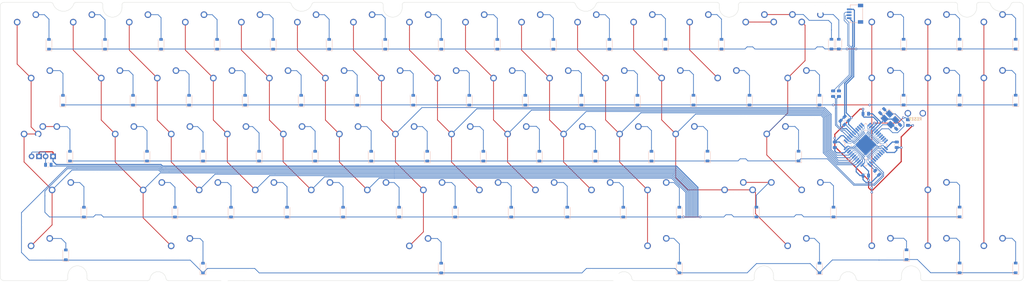
<source format=kicad_pcb>
(kicad_pcb (version 20210824) (generator pcbnew)
  (layers (0 "F.Cu" signal) (31 "B.Cu" signal) (34 "B.Paste" user) (35 "F.Paste" user) (36 "B.SilkS" user "B.Silkscreen") (37 "F.SilkS" user "F.Silkscreen") (38 "B.Mask" user) (39 "F.Mask" user) (44 "Edge.Cuts" user))
  (net 0 "")
  (net 1 "Net-(1.25u1-Pad3)")
  (net 2 "COL0")
  (net 3 "Net-(1.25u1-Pad2)")
  (net 4 "Net-(1.5u1-Pad2)")
  (net 5 "Net-(1.5u2-Pad2)")
  (net 6 "COL14")
  (net 7 "Net-(1.5u3-Pad2)")
  (net 8 "Net-(1.5u4-Pad2)")
  (net 9 "COL1")
  (net 10 "Net-(1.5u5-Pad2)")
  (net 11 "COL11")
  (net 12 "Net-(1.5u6-Pad2)")
  (net 13 "COL15")
  (net 14 "COL16")
  (net 15 "COL17")
  (net 16 "Net-(1.75u2-Pad2)")
  (net 17 "Net-(2.25u1-Pad2)")
  (net 18 "Net-(2.25u2-Pad2)")
  (net 19 "Net-(2u1-Pad2)")
  (net 20 "COL13")
  (net 21 "COL6")
  (net 22 "GND")
  (net 23 "Net-(C1-Pad1)")
  (net 24 "ROW0")
  (net 25 "Net-(D1-Pad2)")
  (net 26 "Net-(D2-Pad2)")
  (net 27 "Net-(D3-Pad2)")
  (net 28 "Net-(D4-Pad2)")
  (net 29 "Net-(D5-Pad2)")
  (net 30 "Net-(D6-Pad2)")
  (net 31 "Net-(D7-Pad2)")
  (net 32 "Net-(D8-Pad2)")
  (net 33 "Net-(D9-Pad2)")
  (net 34 "Net-(D10-Pad2)")
  (net 35 "Net-(D11-Pad2)")
  (net 36 "Net-(D12-Pad2)")
  (net 37 "Net-(D13-Pad2)")
  (net 38 "Net-(D15-Pad2)")
  (net 39 "Net-(D16-Pad2)")
  (net 40 "Net-(D17-Pad2)")
  (net 41 "Net-(D18-Pad2)")
  (net 42 "ROW1")
  (net 43 "Net-(D20-Pad2)")
  (net 44 "Net-(D21-Pad2)")
  (net 45 "Net-(D22-Pad2)")
  (net 46 "Net-(D23-Pad2)")
  (net 47 "Net-(D24-Pad2)")
  (net 48 "Net-(D25-Pad2)")
  (net 49 "Net-(D26-Pad2)")
  (net 50 "Net-(D27-Pad2)")
  (net 51 "Net-(D28-Pad2)")
  (net 52 "Net-(D29-Pad2)")
  (net 53 "Net-(D30-Pad2)")
  (net 54 "Net-(D31-Pad2)")
  (net 55 "Net-(D33-Pad2)")
  (net 56 "Net-(D34-Pad2)")
  (net 57 "Net-(D35-Pad2)")
  (net 58 "ROW2")
  (net 59 "Net-(D37-Pad2)")
  (net 60 "Net-(D38-Pad2)")
  (net 61 "Net-(D39-Pad2)")
  (net 62 "Net-(D40-Pad2)")
  (net 63 "Net-(D41-Pad2)")
  (net 64 "Net-(D42-Pad2)")
  (net 65 "Net-(D43-Pad2)")
  (net 66 "Net-(D44-Pad2)")
  (net 67 "Net-(D45-Pad2)")
  (net 68 "Net-(D46-Pad2)")
  (net 69 "Net-(D47-Pad2)")
  (net 70 "ROW3")
  (net 71 "Net-(D50-Pad2)")
  (net 72 "Net-(D51-Pad2)")
  (net 73 "Net-(D52-Pad2)")
  (net 74 "Net-(D53-Pad2)")
  (net 75 "Net-(D54-Pad2)")
  (net 76 "Net-(D55-Pad2)")
  (net 77 "Net-(D56-Pad2)")
  (net 78 "Net-(D57-Pad2)")
  (net 79 "Net-(D58-Pad2)")
  (net 80 "Net-(D59-Pad2)")
  (net 81 "Net-(D61-Pad2)")
  (net 82 "Net-(D62-Pad2)")
  (net 83 "ROW4")
  (net 84 "+5V")
  (net 85 "D-")
  (net 86 "D+")
  (net 87 "Net-(JP1-Pad2)")
  (net 88 "Net-(10u1-Pad2)")
  (net 89 "COL2")
  (net 90 "COL3")
  (net 91 "COL4")
  (net 92 "COL5")
  (net 93 "COL7")
  (net 94 "COL8")
  (net 95 "COL9")
  (net 96 "COL10")
  (net 97 "COL12")
  (net 98 "Net-(R5-Pad2)")
  (net 99 "Net-(R3-Pad2)")
  (net 100 "Net-(R4-Pad2)")
  (net 101 "unconnected-(U1-Pad42)")
  (net 113 "Net-(C6-Pad2)")
  (net 114 "Net-(C7-Pad2)")
  (net 121 "Net-(D68-Pad2)")
  (net 122 "Net-(D69-Pad2)")
  (net 123 "Net-(D70-Pad2)")
  (net 124 "LED")
  (footprint "MX_Only:MXOnly-1U-NoLED" (layer "F.Cu") (at 18.075 82.075)
    (fp_text reference "MX19")
    (fp_text value "MX-NoLED")
  )
  (footprint "MX_Only:MXOnly-1U-NoLED" (layer "F.Cu") (at 51.375 120.175)
    (fp_text reference "MX46")
    (fp_text value "MX-NoLED")
  )
  (footprint "MX_Only:MXOnly-1U-NoLED" (layer "F.Cu") (at 299.05 120.125)
    (fp_text reference "MX56")
    (fp_text value "MX-NoLED")
  )
  (footprint "MX_Only:MXOnly-1U-NoLED" (layer "F.Cu") (at 94.275 82.075)
    (fp_text reference "MX23")
    (fp_text value "MX-NoLED")
  )
  (footprint "MX_Only:MXOnly-1U-NoLED" (layer "F.Cu") (at 256.175 120.15)
    (fp_text reference "MX55")
    (fp_text value "MX-NoLED")
  )
  (footprint "MX_Only:MXOnly-1U-NoLED" (layer "F.Cu") (at 318.1 62.975)
    (fp_text reference "MX18")
    (fp_text value "MX-NoLED")
  )
  (footprint "MX_Only:MXOnly-2.25U-NoLED" (layer "F.Cu") (at 244.3 101.1)
    (fp_text reference "2.25u1")
    (fp_text value "MX-NoLED")
  )
  (footprint "MX_Only:MXOnly-1U-NoLED" (layer "F.Cu") (at 132.375 82.075)
    (fp_text reference "MX25")
    (fp_text value "MX-NoLED")
  )
  (footprint "MX_Only:MXOnly-1U-NoLED" (layer "F.Cu") (at 79.975 101.125)
    (fp_text reference "MX37")
    (fp_text value "MX-NoLED")
  )
  (footprint "MX_Only:MXOnly-1.5U-NoLED" (layer "F.Cu") (at 41.85 139.225)
    (fp_text reference "1.5u4")
    (fp_text value "MX-NoLED")
  )
  (footprint "MX_Only:MXOnly-2.75U-NoLED" (layer "F.Cu") (at 239.5 120.15)
    (fp_text reference "2.75u1")
    (fp_text value "MX-NoLED")
  )
  (footprint "MX_Only:MXOnly-1U-NoLED" (layer "F.Cu") (at 156.2 101.125)
    (fp_text reference "MX41")
    (fp_text value "MX-NoLED")
  )
  (footprint "MX_Only:MXOnly-1U-NoLED" (layer "F.Cu") (at 146.625 120.175)
    (fp_text reference "MX51")
    (fp_text value "MX-NoLED")
  )
  (footprint "MX_Only:MXOnly-1U-NoLED" (layer "F.Cu") (at 108.525 120.175)
    (fp_text reference "MX49")
    (fp_text value "MX-NoLED")
  )
  (footprint "MX_Only:MXOnly-1U-NoLED" (layer "F.Cu") (at -10.5 63.025)
    (fp_text reference "MX1")
    (fp_text value "MX-NoLED")
  )
  (footprint "MX_Only:MXOnly-1U-NoLED" (layer "F.Cu") (at 8.55 63.025)
    (fp_text reference "MX2")
    (fp_text value "MX-NoLED")
  )
  (footprint "MX_Only:MXOnly-1U-NoLED" (layer "F.Cu") (at 27.6 63.025)
    (fp_text reference "MX3")
    (fp_text value "MX-NoLED")
  )
  (footprint "MX_Only:MXOnly-1.5U-NoLED" (layer "F.Cu") (at -5.75 82.075)
    (fp_text reference "1.5u1")
    (fp_text value "MX-NoLED")
  )
  (footprint "MX_Only:MXOnly-1U-NoLED" (layer "F.Cu") (at 318.1 82.025)
    (fp_text reference "MX33")
    (fp_text value "MX-NoLED")
  )
  (footprint "MX_Only:MXOnly-1U-NoLED" (layer "F.Cu") (at 203.775 120.175)
    (fp_text reference "MX54")
    (fp_text value "MX-NoLED")
  )
  (footprint "MX_Only:MXOnly-1U-NoLED" (layer "F.Cu") (at 122.85 63.025)
    (fp_text reference "MX8")
    (fp_text value "MX-NoLED")
  )
  (footprint "keeb:MX-10U-NoSwitch-ReversedStabilizers" (layer "F.Cu") (at 122.8125 139.225)
    (fp_text reference "10u1")
    (fp_text value "MX-NoLED")
  )
  (footprint "MX_Only:MXOnly-1U-NoLED" (layer "F.Cu") (at 141.9 63.025)
    (fp_text reference "MX9")
    (fp_text value "MX-NoLED")
  )
  (footprint "MX_Only:MXOnly-1U-NoLED" (layer "F.Cu") (at 180 63.025)
    (fp_text reference "MX11")
    (fp_text value "MX-NoLED")
  )
  (footprint "MX_Only:MXOnly-1U-NoLED" (layer "F.Cu") (at 41.875 101.125)
    (fp_text reference "MX35")
    (fp_text value "MX-NoLED")
  )
  (footprint "MX_Only:MXOnly-1U-NoLED" (layer "F.Cu") (at 237.15 63)
    (fp_text reference "MX14")
    (fp_text value "MX-NoLED")
  )
  (footprint "MX_Only:MXOnly-1.75U-NoLED" (layer "F.Cu") (at 229.975 120.15)
    (fp_text reference "1.75u2")
    (fp_text value "MX-NoLED")
  )
  (footprint "MX_Only:MXOnly-1U-NoLED" (layer "F.Cu") (at 99.025 101.125)
    (fp_text reference "MX38")
    (fp_text value "MX-NoLED")
  )
  (footprint "MX_Only:MXOnly-1U-NoLED" (layer "F.Cu") (at 227.625 82.05)
    (fp_text reference "MX30")
    (fp_text value "MX-NoLED")
  )
  (footprint "MX_Only:MXOnly-1.75U" (layer "F.Cu") (at -3.375 101.125)
    (fp_text reference "1.75u1")
    (fp_text value "MX-LED")
  )
  (footprint "MX_Only:MXOnly-1U-NoLED" (layer "F.Cu") (at 89.475 120.175)
    (fp_text reference "MX48")
    (fp_text value "MX-NoLED")
  )
  (footprint "MX_Only:MXOnly-1U-NoLED" (layer "F.Cu") (at 137.15 101.125)
    (fp_text reference "MX40")
    (fp_text value "MX-NoLED")
  )
  (footprint "MX_Only:MXOnly-1U-NoLED" (layer "F.Cu") (at 280 139.175)
    (fp_text reference "MX57")
    (fp_text value "MX-NoLED")
  )
  (footprint "MX_Only:MXOnly-1U-NoLED" (layer "F.Cu") (at 37.125 82.075)
    (fp_text reference "MX20")
    (fp_text value "MX-NoLED")
  )
  (footprint "MX_Only:MXOnly-1U-NoLED" (layer "F.Cu") (at 318.1 139.175)
    (fp_text reference "MX59")
    (fp_text value "MX-NoLED")
  )
  (footprint "MX_Only:MXOnly-2.25U-NoLED" (layer "F.Cu") (at 1.375 120.175)
    (fp_text reference "2.25u2")
    (fp_text value "MX-NoLED")
  )
  (footprint "MX_Only:MXOnly-1U-NoLED" (layer "F.Cu") (at 113.325 82.075)
    (fp_text reference "MX24")
    (fp_text value "MX-NoLED")
  )
  (footprint "MX_Only:MXOnly-1U-NoLED" (layer "F.Cu") (at 256.2 62.975)
    (fp_text reference "MX15")
    (fp_text value "MX-NoLED")
  )
  (footprint "MX_Only:MXOnly-1.5U-NoLED" (layer "F.Cu") (at 251.412125 139.2)
    (fp_text reference "1.5u6")
    (fp_text value "MX-NoLED")
  )
  (footprint "MX_Only:MXOnly-1U-NoLED" (layer "F.Cu") (at 280 62.975)
    (fp_text reference "MX16")
    (fp_text value "MX-NoLED")
  )
  (footprint "MX_Only:MXOnly-1U-NoLED" (layer "F.Cu") (at 56.175 82.075)
    (fp_text reference "MX21")
    (fp_text value "MX-NoLED")
  )
  (footprint "MX_Only:MXOnly-1U-NoLED" (layer "F.Cu") (at 32.325 120.175)
    (fp_text reference "MX45")
    (fp_text value "MX-NoLED")
  )
  (footprint "MX_Only:MXOnly-1U-NoLED" (layer "F.Cu") (at 118.075 101.125)
    (fp_text reference "MX39")
    (fp_text value "MX-NoLED")
  )
  (footprint "MX_Only:MXOnly-1U-NoLED" (layer "F.Cu") (at 160.95 63.025)
    (fp_text reference "MX10")
    (fp_text value "MX-NoLED")
  )
  (footprint "MX_Only:MXOnly-7U-ReversedStabilizers-NoLED" (layer "F.Cu") (at 122.8125 139.225)
    (fp_text reference "7u1")
    (fp_text value "MX-NoLED")
  )
  (footprint "MX_Only:MXOnly-1U-NoLED" (layer "F.Cu") (at 170.475 82.075)
    (fp_text reference "MX27")
    (fp_text value "MX-NoLED")
  )
  (footprint "MX_Only:MXOnly-1U-NoLED" (layer "F.Cu") (at 218.1 63)
    (fp_text reference "MX13")
    (fp_text value "MX-NoLED")
  )
  (footprint "MX_Only:MXOnly-1.5U-NoLED" (layer "F.Cu") (at -5.775 139.225)
    (fp_text reference "1.5u3")
    (fp_text value "MX-NoLED")
  )
  (footprint "MX_Only:MXOnly-1U-NoLED" (layer "F.Cu") (at 165.675 120.175)
    (fp_text reference "MX52")
    (fp_text value "MX-NoLED")
  )
  (footprint "MX_Only:MXOnly-1.5U-NoLED" (layer "F.Cu") (at 203.787125 139.2)
    (fp_text reference "1.5u5")
    (fp_text value "MX-NoLED")
  )
  (footprint "MX_Only:MXOnly-1U-NoLED" (layer "F.Cu") (at 184.725 120.175)
    (fp_text reference "MX53")
    (fp_text value "MX-NoLED")
  )
  (footprint "MX_Only:MXOnly-1U-NoLED" (layer "F.Cu") (at 175.25 101.125)
    (fp_text reference "MX42")
    (fp_text value "MX-NoLED")
  )
  (footprint "MX_Only:MXOnly-1U-NoLED" (layer "F.Cu") (at 46.65 63.025)
    (fp_text reference "MX4")
    (fp_text value "MX-NoLED")
  )
  (footprint "MX_Only:MXOnly-1U-NoLED" (layer "F.Cu") (at 299.05 62.975)
    (fp_text reference "MX17")
    (fp_text value "MX-NoLED")
  )
  (footprint "MX_Only:MXOnly-1U-NoLED" (layer "F.Cu") (at 70.425 120.175)
    (fp_text reference "MX47")
    (fp_text value "MX-NoLED")
  )
  (footprint "MX_Only:MXOnly-1U-NoLED" (layer "F.Cu") (at 280 82.025)
    (fp_text reference "MX31")
    (fp_text value "MX-NoLED")
  )
  (footprint "MX_Only:MXOnly-1U-NoLED" (layer "F.Cu") (at 194.3 101.125)
    (fp_text reference "MX43")
    (fp_text value "MX-NoLED")
  )
  (footprint "MX_Only:MXOnly-1.5U-NoLED" (layer "F.Cu") (at 251.425 82.05)
    (fp_text reference "1.5u2")
    (fp_text value "MX-NoLED")
  )
  (footprint "MX_Only:MXOnly-1.25U" (layer "F.Cu") (at -8.15 101.125)
    (fp_text reference "1.25u1")
    (fp_text value "MX-LED")
  )
  (footprint "MX_Only:MXOnly-1U-NoLED" (layer "F.Cu") (at 199.05 63)
    (fp_text reference "MX12")
    (fp_text value "MX-NoLED")
  )
  (footprint "MX_Only:MXOnly-1U-NoLED" (layer "F.Cu") (at 22.825 101.125)
    (fp_text reference "MX34")
    (fp_text value "MX-NoLED")
  )
  (footprint "MX_Only:MXOnly-1U-NoLED" (layer "F.Cu") (at 213.35 101.1)
    (fp_text reference "MX44")
    (fp_text value "MX-NoLED")
  )
  (footprint "MX_Only:MXOnly-1U-NoLED" (layer "F.Cu") (at 75.225 82.075)
    (fp_text reference "MX22")
    (fp_text value "MX-NoLED")
  )
  (footprint "MX_Only:MXOnly-1U-NoLED" (layer "F.Cu") (at 127.575 120.175)
    (fp_text reference "MX50")
    (fp_text value "MX-NoLED")
  )
  (footprint "MX_Only:MXOnly-1U-NoLED" (layer "F.Cu") (at 299.05 82.025)
    (fp_text reference "MX32")
    (fp_text value "MX-NoLED")
  )
  (footprint "MX_Only:MXOnly-1U-NoLED" (layer "F.Cu") (at 151.425 82.075)
    (fp_text reference "MX26")
    (fp_text value "MX-NoLED")
  )
  (footprint "MX_Only:MXOnly-1U-NoLED" (layer "F.Cu") (at 65.7 63.025)
    (fp_text reference "MX5")
    (fp_text value "MX-NoLED")
  )
  (footprint "MX_Only:MXOnly-2U-NoLED" (layer "F.Cu") (at 246.675 62.975)
    (fp_text reference "2u1")
    (fp_text value "~")
  )
  (footprint "MX_Only:MXOnly-1U-NoLED" (layer "F.Cu") (at 208.575 82.05)
    (fp_text reference "MX29")
    (fp_text value "MX-NoLED")
  )
  (footprint "MX_Only:MXOnly-1U-NoLED" (layer "F.Cu") (at 299.05 139.175)
    (fp_text reference "MX58")
    (fp_text value "MX-NoLED")
  )
  (footprint "MX_Only:MXOnly-1U-NoLED" (layer "F.Cu") (at 189.525 82.075)
    (fp_text reference "MX28")
    (fp_text value "MX-NoLED")
  )
  (footprint "MX_Only:MXOnly-1U-NoLED" (layer "F.Cu") (at 84.75 63.025)
    (fp_text reference "MX6")
    (fp_text value "MX-NoLED")
  )
  (footprint "MX_Only:MXOnly-1U-NoLED" (layer "F.Cu") (at 60.925 101.125)
    (fp_text reference "MX36")
    (fp_text value "MX-NoLED")
  )
  (footprint "MX_Only:MXOnly-1U-NoLED" (layer "F.Cu") (at 103.8 63.025)
    (fp_text reference "MX7")
    (fp_text value "MX-NoLED")
  )
  (footprint "keeb:D_SOD-123-Pretty" (layer "B.Cu") (at 220.35 106.1 90)
    (fp_text reference "D47")
    (fp_text value "D_Small")
  )
  (footprint "keeb:D_SOD-123-Pretty" (layer "B.Cu") (at 287 67.975 90)
    (fp_text reference "D16")
    (fp_text value "D_Small")
  )
  (footprint "keeb:C_0805_2012Metric" (layer "B.Cu") (at 266.225 94.75 135)
    (fp_text reference "C1")
    (fp_text value "1uF")
  )
  (footprint "keeb:R_0805_2012Metric" (layer "B.Cu") (at 263.05 84.85 -90)
    (fp_text reference "R4")
    (fp_text value "22")
  )
  (footprint "keeb:D_SOD-123-Pretty" (layer "B.Cu") (at 15.55 68.025 90)
    (fp_text reference "D2")
    (fp_text value "D_Small")
  )
  (footprint "keeb:C_0805_2012Metric" (layer "B.Cu") (at 263.625 102.25 -90)
    (fp_text reference "C5")
    (fp_text value ".1uF")
  )
  (footprint "keeb:D_SOD-123-Pretty" (layer "B.Cu") (at 153.625 125.175 90)
    (fp_text reference "D56")
    (fp_text value "D_Small")
  )
  (footprint "keeb:D_SOD-123-Pretty" (layer "B.Cu") (at 82.225 87.075 90)
    (fp_text reference "D23")
    (fp_text value "D_Small")
  )
  (footprint "keeb:C_0805_2012Metric" (layer "B.Cu") (at 284.675 102.25 90)
    (fp_text reference "C3")
    (fp_text value ".1uF")
  )
  (footprint "keeb:D_SOD-123-Pretty" (layer "B.Cu") (at 234.625 87.05 90)
    (fp_text reference "D31")
    (fp_text value "D_Small")
  )
  (footprint "keeb:D_SOD-123-Pretty" (layer "B.Cu") (at 25.075 87.075 90)
    (fp_text reference "D20")
    (fp_text value "D_Small")
  )
  (footprint "keeb:D_SOD-123-Pretty" (layer "B.Cu") (at 120.325 87.075 90)
    (fp_text reference "D25")
    (fp_text value "D_Small")
  )
  (footprint "keeb:D_SOD-123-Pretty" (layer "B.Cu") (at 258.412125 144.2 90)
    (fp_text reference "D67")
    (fp_text value "D_Small")
  )
  (footprint "keeb:D_SOD-123-Pretty" (layer "B.Cu") (at 58.375 125.175 90)
    (fp_text reference "D51")
    (fp_text value "D_Small")
  )
  (footprint "keeb:D_SOD-123-Pretty" (layer "B.Cu") (at 158.425 87.075 90)
    (fp_text reference "D27")
    (fp_text value "D_Small")
  )
  (footprint "keeb:D_SOD-123-Pretty" (layer "B.Cu") (at 264.975 67.975 90)
    (fp_text reference "D15")
    (fp_text value "D_Small")
  )
  (footprint "keeb:D_SOD-123-Pretty" (layer "B.Cu") (at 1.25 87.075 90)
    (fp_text reference "D19")
    (fp_text value "D_Small")
  )
  (footprint "keeb:JST-SR-4" (layer "B.Cu") (at 273.275 57.625 -90)
    (fp_text reference "J1")
    (fp_text value "Conn_01x04")
  )
  (footprint "keeb:D_SOD-123-Pretty" (layer "B.Cu") (at 148.9 68.025 90)
    (fp_text reference "D9")
    (fp_text value "D_Small")
  )
  (footprint "keeb:D_SOD-123-Pretty" (layer "B.Cu") (at 3.625 106.125 90)
    (fp_text reference "D36")
    (fp_text value "D_Small")
  )
  (footprint "keeb:D_SOD-123-Pretty" (layer "B.Cu") (at 129.85 68.025 90)
    (fp_text reference "D8")
    (fp_text value "D_Small")
  )
  (footprint "keeb:Crystal_SMD_3225-4Pin_3.2x2.5mm_HandSoldering" (layer "B.Cu") (at 282.3946 93.5696 -45)
    (fp_text reference "Y1")
    (fp_text value "Crystal_GND24_Small")
  )
  (footprint "keeb:D_SOD-123-Pretty" (layer "B.Cu") (at 48.875 106.125 90)
    (fp_text reference "D38")
    (fp_text value "D_Small")
  )
  (footprint "keeb:C_0805_2012Metric" (layer "B.Cu") (at 274.15 112.75 180)
    (fp_text reference "C4")
    (fp_text value ".1uF")
  )
  (footprint "keeb:D_SOD-123-Pretty" (layer "B.Cu") (at 177.475 87.075 90)
    (fp_text reference "D28")
    (fp_text value "D_Small")
  )
  (footprint "keeb:D_SOD-123-Pretty" (layer "B.Cu") (at 44.125 87.075 90)
    (fp_text reference "D21")
    (fp_text value "D_Small")
  )
  (footprint "keeb:D_SOD-123-Pretty" (layer "B.Cu") (at 29.825 106.125 90)
    (fp_text reference "D37")
    (fp_text value "D_Small")
  )
  (footprint "keeb:D_SOD-123-Pretty" (layer "B.Cu") (at 287 87.025 90)
    (fp_text reference "D33")
    (fp_text value "D_Small")
  )
  (footprint "keeb:D_SOD-123-Pretty" (layer "B.Cu") (at 134.575 125.175 90)
    (fp_text reference "D55")
    (fp_text value "D_Small")
  )
  (footprint "keeb:D_SOD-123-Pretty" (layer "B.Cu") (at 225.1 68 90)
    (fp_text reference "D13")
    (fp_text value "D_Small")
  )
  (footprint "keeb:D_SOD-123-Pretty" (layer "B.Cu") (at 325.1 87.025 90)
    (fp_text reference "D35")
    (fp_text value "D_Small")
  )
  (footprint "keeb:D_SOD-123-Pretty" (layer "B.Cu") (at 91.75 68.025 90)
    (fp_text reference "D6")
    (fp_text value "D_Small")
  )
  (footprint "keeb:D_SOD-123-Pretty" (layer "B.Cu") (at 163.2 106.125 90)
    (fp_text reference "D44")
    (fp_text value "D_Small")
  )
  (footprint "keeb:D_SOD-123-Pretty" (layer "B.Cu") (at 139.375 87.075 90)
    (fp_text reference "D26")
    (fp_text value "D_Small")
  )
  (footprint "keeb:D_SOD-123-Pretty" (layer "B.Cu") (at 206.05 68 90)
    (fp_text reference "D12")
    (fp_text value "D_Small")
  )
  (footprint "keeb:D_SOD-123-Pretty" (layer "B.Cu") (at 8.375 125.175 90)
    (fp_text reference "D49")
    (fp_text value "D_Small")
  )
  (footprint "keeb:D_SOD-123-Pretty" (layer "B.Cu") (at 167.95 68.025 90)
    (fp_text reference "D10")
    (fp_text value "D_Small")
  )
  (footprint "keeb:QFN_TQFP-44_Combined" (layer "B.Cu") (at 274.3 102.1 -45)
    (fp_text reference "U1")
    (fp_text value "ATmega32U4-AU")
  )
  (footprint "keeb:D_SOD-123-Pretty" (layer "B.Cu") (at 306.05 144.175 90)
    (fp_text reference "D69")
    (fp_text value "D_Small")
  )
  (footprint "keeb:D_SOD-123-Pretty" (layer "B.Cu") (at 263.175 125.15 90)
    (fp_text reference "D61")
    (fp_text value "D_Small")
  )
  (footprint "keeb:D_SOD-123-Pretty" (layer "B.Cu") (at 53.65 68.025 90)
    (fp_text reference "D4")
    (fp_text value "D_Small")
  )
  (footprint "keeb:D_SOD-123-Pretty" (layer "B.Cu") (at 210.787125 144.2 90)
    (fp_text reference "D66")
    (fp_text value "D_Small")
  )
  (footprint "keeb:D_SOD-123-Pretty" (layer "B.Cu") (at 325.1 67.975 90)
    (fp_text reference "D18")
    (fp_text value "D_Small")
  )
  (footprint "keeb:R_0805_2012Metric" (layer "B.Cu") (at 265.025 84.85 -90)
    (fp_text reference "R3")
    (fp_text value "22")
  )
  (footprint "keeb:D_SOD-123-Pretty" (layer "B.Cu") (at 306.05 87.025 90)
    (fp_text reference "D34")
    (fp_text value "D_Small")
  )
  (footprint "keeb:D_SOD-123-Pretty" (layer "B.Cu") (at 101.275 87.075 90)
    (fp_text reference "D24")
    (fp_text value "D_Small")
  )
  (footprint "keeb:D_SOD-123-Pretty" (layer "B.Cu") (at 72.7 68.025 90)
    (fp_text reference "D5")
    (fp_text value "D_Small")
  )
  (footprint "keeb:R_0805_2012Metric" (layer "B.Cu") (at -3.725 109.075 180)
    (fp_text reference "R2")
    (fp_text value "220")
  )
  (footprint "keeb:D_SOD-123-Pretty" (layer "B.Cu") (at 144.15 106.125 90)
    (fp_text reference "D43")
    (fp_text value "D_Small")
  )
  (footprint "keeb:D_SOD-123-Pretty" (layer "B.Cu") (at 210.775 125.175 90)
    (fp_text reference "D59")
    (fp_text value "D_Small")
  )
  (footprint "keeb:D_SOD-123-Pretty" (layer "B.Cu") (at 182.25 106.125 90)
    (fp_text reference "D45")
    (fp_text value "D_Small")
  )
  (footprint "keeb:D_SOD-123-Pretty" (layer "B.Cu") (at 325.1 144.175 90)
    (fp_text reference "D70")
    (fp_text value "D_Small")
  )
  (footprint "keeb:C_0805_2012Metric" (layer "B.Cu") (at 274.15 91.7)
    (fp_text reference "C2")
    (fp_text value "10uF")
  )
  (footprint "keeb:D_SOD-123-Pretty" (layer "B.Cu") (at 201.3 106.125 90)
    (fp_text reference "D46")
    (fp_text value "D_Small")
  )
  (footprint "keeb:R_0805_2012Metric" (layer "B.Cu") (at 288.5 94.6875 90)
    (fp_text reference "R1")
    (fp_text value "10k")
  )
  (footprint "keeb:D_SOD-123-Pretty" (layer "B.Cu") (at 63.175 87.075 90)
    (fp_text reference "D22")
    (fp_text value "D_Small")
  )
  (footprint "keeb:D_SOD-123-Pretty" (layer "B.Cu") (at 215.575 87.05 90)
    (fp_text reference "D30")
    (fp_text value "D_Small")
  )
  (footprint "keeb:R_0805_2012Metric" (layer "B.Cu") (at 278.025 111.75 135)
    (fp_text reference "R5")
    (fp_text value "10k")
  )
  (footprint "keeb:D_SOD-123-Pretty" (layer "B.Cu") (at 306.05 125.125 90)
    (fp_text reference "D62")
    (fp_text value "D_Small")
  )
  (footprint "keeb:D_SOD-123-Pretty" (layer "B.Cu") (at 125.075 106.125 90)
    (fp_text reference "D42")
    (fp_text value "D_Small")
  )
  (footprint "keeb:D_SOD-123-Pretty" (layer "B.Cu") (at 39.325 125.175 90)
    (fp_text reference "D50")
    (fp_text value "D_Small")
  )
  (footprint "keeb:D_SOD-123-Pretty" (layer "B.Cu") (at 96.475 125.175 90)
    (fp_text reference "D53")
    (fp_text value "D_Small")
  )
  (footprint "keeb:D_SOD-123-Pretty" (layer "B.Cu") (at 262.475 67.975 90)
    (fp_text reference "D14")
    (fp_text value "D_Small")
  )
  (footprint "keeb:D_SOD-123-Pretty" (layer "B.Cu") (at 48.85 144.225 90)
    (fp_text reference "D64")
    (fp_text value "D_Small")
  )
  (footprint "keeb:D_SOD-123-Pretty" (layer "B.Cu") (at -3.5 68.025 90)
    (fp_text reference "D1")
    (fp_text value "D_Small")
  )
  (footprint "keeb:D_SOD-123-Pretty" (layer "B.Cu") (at 77.425 125.175 90)
    (fp_text reference "D52")
    (fp_text value "D_Small")
  )
  (footprint "keeb:C_0805_2012Metric" (layer "B.Cu") (at 285.175 96.175 -135)
    (fp_text reference "C7")
    (fp_text value "22pF")
  )
  (footprint "keeb:D_SOD-123-Pretty" (layer "B.Cu") (at 110.8 68.025 90)
    (fp_text reference "D7")
    (fp_text value "D_Small")
  )
  (footprint "keeb:C_0805_2012Metric" (layer "B.Cu") (at 279.7446 90.7946 45)
    (fp_text reference "C6")
    (fp_text value "22pF")
  )
  (footprint "keeb:D_SOD-123-Pretty" (layer "B.Cu") (at 258.425 87.05 90)
    (fp_text reference "D32")
    (fp_text value "D_Small")
  )
  (footprint "keeb:D_SOD-123-Pretty" (layer "B.Cu") (at 2.225 139.725 90)
    (fp_text reference "D63")
    (fp_text value "D_Small")
  )
  (footprint "keeb:D_SOD-123-Pretty" (layer "B.Cu") (at 191.725 125.175 90)
    (fp_text reference "D58")
    (fp_text value "D_Small")
  )
  (footprint "keeb:D_SOD-123-Pretty" (layer "B.Cu") (at 172.675 125.175 90)
    (fp_text reference "D57")
    (fp_text value "D_Small")
  )
  (footprint "keeb:ResetJumper" (layer "B.Cu") (at 291 91.525 180)
    (fp_text reference "JP1")
    (fp_text value "Jumper")
  )
  (footprint "keeb:D_SOD-123-Pretty" (layer "B.Cu") (at 129.8125 144.225 90)
    (fp_text reference "D65")
    (fp_text value "D_Small")
  )
  (footprint "keeb:D_SOD-123-Pretty" (layer "B.Cu") (at 288 139.675 90)
    (fp_text reference "D68")
    (fp_text value "D_Small")
  )
  (footprint "keeb:D_SOD-123-Pretty" (layer "B.Cu") (at 236.975 125.15 90)
    (fp_text reference "D60")
    (fp_text value "D_Small")
  )
  (footprint "keeb:D_SOD-123-Pretty" (layer "B.Cu") (at 306.05 67.975 90)
    (fp_text reference "D17")
    (fp_text value "D_Small")
  )
  (footprint "keeb:D_SOD-123-Pretty" (layer "B.Cu") (at 67.925 106.125 90)
    (fp_text reference "D39")
    (fp_text value "D_Small")
  )
  (footprint "keeb:D_SOD-123-Pretty" (layer "B.Cu") (at 187 68.025 90)
    (fp_text reference "D11")
    (fp_text value "D_Small")
  )
  (footprint "keeb:D_SOD-123-Pretty" (layer "B.Cu") (at 34.6 68.025 90)
    (fp_text reference "D3")
    (fp_text value "D_Small")
  )
  (footprint "keeb:D_SOD-123-Pretty" (layer "B.Cu") (at 251.3 106.1 90)
    (fp_text reference "D48")
    (fp_text value "D_Small")
  )
  (footprint "keeb:C_0805_2012Metric" (layer "B.Cu") (at 267.625 93.35 135)
    (fp_text reference "C8")
    (fp_text value ".1uF")
  )
  (footprint "keeb:D_SOD-123-Pretty" (layer "B.Cu") (at 115.525 125.175 90)
    (fp_text reference "D54")
    (fp_text value "D_Small")
  )
  (footprint "keeb:D_SOD-123-Pretty" (layer "B.Cu") (at 106.025 106.125 90)
    (fp_text reference "D41")
    (fp_text value "D_Small")
  )
  (footprint "keeb:D_SOD-123-Pretty" (layer "B.Cu") (at 196.525 87.075 90)
    (fp_text reference "D29")
    (fp_text value "D_Small")
  )
  (footprint "keeb:D_SOD-123-Pretty" (layer "B.Cu") (at 86.975 106.125 90)
    (fp_text reference "D40")
    (fp_text value "D_Small")
  )
  (gr_arc (start 5.65762 54.534295) (end 5.65762 53.784295) (angle -70.56724937) (layer "Edge.Cuts") (width 0.1))
  (gr_arc (start 86.62161 54.534295) (end 86.62161 53.784295) (angle -70.56724937) (layer "Edge.Cuts") (width 0.1))
  (gr_line (start 242.78125 146.734295) (end 242.78125 147.734295) (layer "Edge.Cuts") (width 0.1))
  (gr_line (start 327.713 147.234295) (end 327.713 55.034295) (layer "Edge.Cuts") (width 0.1))
  (gr_line (start 293.537499 148.484295) (end 326.463 148.484295) (layer "Edge.Cuts") (width 0.1))
  (gr_arc (start 183.212456 54.534295) (end 183.212456 53.784295) (angle -70.56724937) (layer "Edge.Cuts") (width 0.1))
  (gr_arc (start 37.026042 147.734289) (end 36.283118 147.837071) (angle -82.12325437) (layer "Edge.Cuts") (width 0.1))
  (gr_line (start 10.168749 148.484295) (end 30.094446 148.484291) (layer "Edge.Cuts") (width 0.1))
  (gr_line (start 271.589367 148.484771) (end 285.537499 148.484295) (layer "Edge.Cuts") (width 0.1))
  (gr_arc (start 2.168749 147.734295) (end 2.168749 148.484295) (angle -90) (layer "Edge.Cuts") (width 0.1))
  (gr_arc (start -2.8301 54.534295) (end -2.122825 54.28477) (angle -70.56724937) (layer "Edge.Cuts") (width 0.1))
  (gr_arc (start 268.123547 148.214282) (end 270.846418 147.837559) (angle -164.2458258) (layer "Edge.Cuts") (width 0.1))
  (gr_line (start 62.747564 148.484285) (end 182.95303 148.484295) (layer "Edge.Cuts") (width 0.1))
  (gr_arc (start 1.41376 53.037069) (end -2.122825 54.28477) (angle -141.1344987) (layer "Edge.Cuts") (width 0.1))
  (gr_arc (start 320.01643 53.037069) (end 316.479844 54.28477) (angle -141.1344987) (layer "Edge.Cuts") (width 0.1))
  (gr_line (start -20.1 55.034295) (end -20.099999 147.234295) (layer "Edge.Cuts") (width 0.1))
  (gr_line (start 9.418749 146.734295) (end 9.418749 147.734295) (layer "Edge.Cuts") (width 0.1))
  (gr_line (start 292.787499 146.734295) (end 292.787499 147.734295) (layer "Edge.Cuts") (width 0.1))
  (gr_line (start 78.133889 53.784295) (end 22.075 53.784295) (layer "Edge.Cuts") (width 0.1))
  (gr_arc (start 14.075 54.534295) (end 14.825 54.534295) (angle -90) (layer "Edge.Cuts") (width 0.1))
  (gr_line (start 14.825 55.534295) (end 14.825 54.534295) (layer "Edge.Cuts") (width 0.1))
  (gr_line (start -2.8301 53.784295) (end -18.85 53.784295) (layer "Edge.Cuts") (width 0.1))
  (gr_line (start 2.918749 147.734295) (end 2.918749 146.734295) (layer "Edge.Cuts") (width 0.1))
  (gr_line (start 311.8375 54.534295) (end 311.8375 55.534295) (layer "Edge.Cuts") (width 0.1))
  (gr_arc (start 113.324999 55.534295) (end 110.074999 55.534295) (angle -180) (layer "Edge.Cuts") (width 0.1))
  (gr_line (start 236.28125 147.734295) (end 236.28125 146.734295) (layer "Edge.Cuts") (width 0.1))
  (gr_arc (start 6.168749 146.734295) (end 9.418749 146.734295) (angle -180) (layer "Edge.Cuts") (width 0.1))
  (gr_arc (start 239.53125 146.734295) (end 242.78125 146.734295) (angle -180) (layer "Edge.Cuts") (width 0.1))
  (gr_arc (start 264.657751 147.734781) (end 264.657734 148.484781) (angle -82.12430789) (layer "Edge.Cuts") (width 0.1))
  (gr_arc (start -18.85 147.234295) (end -20.099999 147.234295) (angle -90) (layer "Edge.Cuts") (width 0.1))
  (gr_arc (start -18.85 55.034295) (end -18.85 53.784295) (angle -90) (layer "Edge.Cuts") (width 0.1))
  (gr_line (start 315.77257 53.784295) (end 312.5875 53.784295) (layer "Edge.Cuts") (width 0.1))
  (gr_arc (start 195.378849 147.733012) (end 194.635924 147.835789) (angle -82.12180096) (layer "Edge.Cuts") (width 0.1))
  (gr_arc (start 174.724735 54.534295) (end 175.43201 54.28477) (angle -70.56724937) (layer "Edge.Cuts") (width 0.1))
  (gr_arc (start 10.168749 147.734295) (end 9.418749 147.734295) (angle -90) (layer "Edge.Cuts") (width 0.1))
  (gr_line (start 286.287499 147.734295) (end 286.287499 146.734295) (layer "Edge.Cuts") (width 0.1))
  (gr_line (start 243.531232 148.484295) (end 264.657734 148.484781) (layer "Edge.Cuts") (width 0.1))
  (gr_line (start 21.325 54.534295) (end 21.325 55.534295) (layer "Edge.Cuts") (width 0.1))
  (gr_line (start 304.5875 53.784295) (end 231.625 53.784295) (layer "Edge.Cuts") (width 0.1))
  (gr_arc (start 22.075 54.534295) (end 22.075 53.784295) (angle -90) (layer "Edge.Cuts") (width 0.1))
  (gr_arc (start 243.53125 147.734295) (end 242.78125 147.734295) (angle -89.99868324) (layer "Edge.Cuts") (width 0.1))
  (gr_arc (start 271.589341 147.734771) (end 270.846418 147.837559) (angle -82.12479021) (layer "Edge.Cuts") (width 0.1))
  (gr_arc (start 223.625 54.534295) (end 224.375 54.534295) (angle -90) (layer "Edge.Cuts") (width 0.1))
  (gr_arc (start 78.133889 54.534295) (end 78.841163 54.28477) (angle -70.56724937) (layer "Edge.Cuts") (width 0.1))
  (gr_arc (start 188.447228 147.733143) (end 188.447386 148.483143) (angle -82.11378212) (layer "Edge.Cuts") (width 0.1))
  (gr_arc (start 304.5875 54.534295) (end 305.3375 54.534295) (angle -90) (layer "Edge.Cuts") (width 0.1))
  (gr_line (start 174.724735 53.784295) (end 117.324999 53.784295) (layer "Edge.Cuts") (width 0.1))
  (gr_line (start 305.3375 55.534295) (end 305.3375 54.534295) (layer "Edge.Cuts") (width 0.1))
  (gr_line (start 230.875 54.534295) (end 230.875 55.534295) (layer "Edge.Cuts") (width 0.1))
  (gr_arc (start 324.260291 54.534295) (end 324.260291 53.784295) (angle -70.56724937) (layer "Edge.Cuts") (width 0.1))
  (gr_arc (start 293.537499 147.734295) (end 292.787499 147.734295) (angle -90) (layer "Edge.Cuts") (width 0.1))
  (gr_arc (start 308.5875 55.534295) (end 305.3375 55.534295) (angle -180) (layer "Edge.Cuts") (width 0.1))
  (gr_line (start -18.85 148.484295) (end 2.168749 148.484295) (layer "Edge.Cuts") (width 0.1))
  (gr_arc (start 30.094446 147.734291) (end 30.094446 148.484291) (angle -82.12325768) (layer "Edge.Cuts") (width 0.1))
  (gr_arc (start 227.625 55.534295) (end 224.375 55.534295) (angle -180) (layer "Edge.Cuts") (width 0.1))
  (gr_arc (start 231.625 54.534295) (end 231.625 53.784295) (angle -90) (layer "Edge.Cuts") (width 0.1))
  (gr_line (start 224.375 55.534295) (end 224.375 54.534295) (layer "Edge.Cuts") (width 0.1))
  (gr_arc (start 82.377749 53.037069) (end 78.841163 54.28477) (angle -141.1344987) (layer "Edge.Cuts") (width 0.1))
  (gr_line (start 14.075 53.784295) (end 5.65762 53.784295) (layer "Edge.Cuts") (width 0.1))
  (gr_line (start 109.325 53.784295) (end 86.62161 53.784295) (layer "Edge.Cuts") (width 0.1))
  (gr_arc (start 117.324999 54.534295) (end 117.324999 53.784295) (angle -90) (layer "Edge.Cuts") (width 0.1))
  (gr_arc (start 326.463 55.034295) (end 327.713 55.034295) (angle -90) (layer "Edge.Cuts") (width 0.1))
  (gr_arc (start 18.075 55.534295) (end 14.825 55.534295) (angle -180) (layer "Edge.Cuts") (width 0.1))
  (gr_arc (start 235.53125 147.734295) (end 235.53125 148.484295) (angle -90) (layer "Edge.Cuts") (width 0.1))
  (gr_arc (start 33.560244 148.213775) (end 36.283118 147.837071) (angle -164.2465162) (layer "Edge.Cuts") (width 0.1))
  (gr_line (start 182.95303 148.484295) (end 188.447386 148.483143) (layer "Edge.Cuts") (width 0.1))
  (gr_arc (start 289.537499 146.734295) (end 292.787499 146.734295) (angle -180) (layer "Edge.Cuts") (width 0.1))
  (gr_arc (start 285.537499 147.734295) (end 285.537499 148.484295) (angle -90) (layer "Edge.Cuts") (width 0.1))
  (gr_line (start 326.463 53.784295) (end 324.260291 53.784295) (layer "Edge.Cuts") (width 0.1))
  (gr_arc (start 191.913048 148.212474) (end 194.635924 147.835789) (angle -164.2494339) (layer "Edge.Cuts") (width 0.1))
  (gr_arc (start 326.463 147.234295) (end 326.463 148.484295) (angle -90) (layer "Edge.Cuts") (width 0.1))
  (gr_arc (start 312.5875 54.534295) (end 312.5875 53.784295) (angle -90) (layer "Edge.Cuts") (width 0.1))
  (gr_arc (start 178.968596 53.037069) (end 175.43201 54.28477) (angle -141.1344987) (layer "Edge.Cuts") (width 0.1))
  (gr_arc (start 109.324999 54.534295) (end 110.074999 54.534295) (angle -90) (layer "Edge.Cuts") (width 0.1))
  (gr_line (start 195.378825 148.483012) (end 235.53125 148.484295) (layer "Edge.Cuts") (width 0.1))
  (gr_line (start 37.026042 148.484289) (end 62.747564 148.484285) (layer "Edge.Cuts") (width 0.1))
  (gr_line (start 223.625 53.784295) (end 183.212456 53.784295) (layer "Edge.Cuts") (width 0.1))
  (gr_arc (start 315.77257 54.534295) (end 316.479844 54.28477) (angle -70.56724937) (layer "Edge.Cuts") (width 0.1))
  (gr_line (start 110.074999 55.534295) (end 110.074999 54.534295) (layer "Edge.Cuts") (width 0.1))
  (gr_line (start 116.574999 54.534295) (end 116.574999 55.534295) (layer "Edge.Cuts") (width 0.1))
  (segment (start -4.85 104.725) (end -4.645 104.93) (width 0.25) (layer "B.Cu") (net 1))
  (segment (start -9.175 104.725) (end -4.85 104.725) (width 0.25) (layer "B.Cu") (net 1))
  (segment (start -4.645 109.0575) (end -4.6625 109.075) (width 0.25) (layer "B.Cu") (net 1))
  (segment (start -9.42 106.205) (end -9.42 104.97) (width 0.25) (layer "B.Cu") (net 1))
  (segment (start -9.42 104.97) (end -9.175 104.725) (width 0.25) (layer "B.Cu") (net 1))
  (segment (start -4.645 104.93) (end -4.645 106.205) (width 0.25) (layer "B.Cu") (net 1))
  (segment (start -4.645 106.205) (end -4.645 109.0575) (width 0.25) (layer "B.Cu") (net 1))
  (segment (start -14.31 74.785) (end -9.56 79.535) (width 0.25) (layer "F.Cu") (net 2))
  (segment (start -9.585 136.685) (end -2.435 129.535) (width 0.25) (layer "F.Cu") (net 2))
  (segment (start -9.56 79.535) (end -9.56 96.21) (width 0.25) (layer "F.Cu") (net 2))
  (segment (start -11.96 108.11) (end -2.435 117.635) (width 0.25) (layer "F.Cu") (net 2))
  (segment (start -11.96 98.585) (end -11.96 108.11) (width 0.25) (layer "F.Cu") (net 2))
  (segment (start -2.435 129.535) (end -2.435 117.635) (width 0.25) (layer "F.Cu") (net 2))
  (segment (start -14.31 60.485) (end -14.31 74.785) (width 0.25) (layer "F.Cu") (net 2))
  (segment (start -9.56 96.21) (end -7.185 98.585) (width 0.25) (layer "F.Cu") (net 2))
  (segment (start -7.185 98.585) (end -11.96 98.585) (width 0.25) (layer "F.Cu") (net 2))
  (segment (start 209.062197 111.397889) (end 211.782154 114.117846) (width 0.25) (layer "B.Cu") (net 2))
  (segment (start 3.858521 111.341479) (end 4.35 110.85) (width 0.25) (layer "B.Cu") (net 2))
  (segment (start 215.19711 117.532803) (end 215.197111 127.05) (width 0.25) (layer "B.Cu") (net 2))
  (segment (start -2.435 117.635) (end 3.858521 111.341479) (width 0.25) (layer "B.Cu") (net 2))
  (segment (start 4.8 110.85) (end 33.802111 110.85) (width 0.25) (layer "B.Cu") (net 2))
  (segment (start 37.325 111.397889) (end 113.9 111.397889) (width 0.25) (layer "B.Cu") (net 2))
  (segment (start 113.9 111.397889) (end 209.062197 111.397889) (width 0.25) (layer "B.Cu") (net 2))
  (segment (start 4.35 110.85) (end 4.8 110.85) (width 0.25) (layer "B.Cu") (net 2))
  (segment (start 33.802111 110.85) (end 34.35 111.397889) (width 0.25) (layer "B.Cu") (net 2))
  (segment (start 211.782154 114.117846) (end 215.19711 117.532803) (width 0.25) (layer "B.Cu") (net 2))
  (segment (start 34.35 111.397889) (end 37.325 111.397889) (width 0.25) (layer "B.Cu") (net 2))
  (segment (start -5.61 96.045) (end -0.835 96.045) (width 0.25) (layer "F.Cu") (net 3))
  (segment (start 2.67 96.045) (end -0.835 96.045) (width 0.25) (layer "B.Cu") (net 3))
  (segment (start 3.625 97) (end 2.67 96.045) (width 0.25) (layer "B.Cu") (net 3))
  (segment (start 3.625 104.475) (end 3.625 97) (width 0.25) (layer "B.Cu") (net 3))
  (segment (start 1.25 85.425) (end 1.25 77.975) (width 0.25) (layer "B.Cu") (net 4))
  (segment (start 1.25 77.975) (end 0.27 76.995) (width 0.25) (layer "B.Cu") (net 4))
  (segment (start 0.27 76.995) (end -3.21 76.995) (width 0.25) (layer "B.Cu") (net 4))
  (segment (start 258.425 78.5) (end 256.895 76.97) (width 0.25) (layer "B.Cu") (net 5))
  (segment (start 256.895 76.97) (end 253.965 76.97) (width 0.25) (layer "B.Cu") (net 5))
  (segment (start 258.425 85.4) (end 258.425 78.5) (width 0.25) (layer "B.Cu") (net 5))
  (segment (start 240.49 98.56) (end 240.49 105.735) (width 0.25) (layer "F.Cu") (net 6))
  (segment (start 253.515 61.56) (end 253.515 73.61) (width 0.25) (layer "F.Cu") (net 6))
  (segment (start 253.515 73.61) (end 247.615 79.51) (width 0.25) (layer "F.Cu") (net 6))
  (segment (start 252.39 60.435) (end 253.515 61.56) (width 0.25) (layer "F.Cu") (net 6))
  (segment (start 247.615 91.435) (end 240.49 98.56) (width 0.25) (layer "F.Cu") (net 6))
  (segment (start 247.615 79.51) (end 247.615 91.435) (width 0.25) (layer "F.Cu") (net 6))
  (segment (start 240.49 105.735) (end 252.365 117.61) (width 0.25) (layer "F.Cu") (net 6))
  (segment (start 279.755933 112.032043) (end 279.755933 112.794067) (width 0.25) (layer "B.Cu") (net 6))
  (segment (start 275.924083 108.536934) (end 275.924083 108.549083) (width 0.25) (layer "B.Cu") (net 6))
  (segment (start 259.70288 92.992188) (end 258.977171 92.266479) (width 0.25) (layer "B.Cu") (net 6))
  (segment (start 244.9 94.175) (end 244.875 94.175) (width 0.25) (layer "B.Cu") (net 6))
  (segment (start 275.924083 108.549083) (end 277.394067 110.019067) (width 0.25) (layer "B.Cu") (net 6))
  (segment (start 277.742957 110.019067) (end 279.755933 112.032043) (width 0.25) (layer "B.Cu") (net 6))
  (segment (start 277.394067 110.019067) (end 277.742957 110.019067) (width 0.25) (layer "B.Cu") (net 6))
  (segment (start 246.808521 92.266479) (end 244.9 94.175) (width 0.25) (layer "B.Cu") (net 6))
  (segment (start 259.70288 105.020752) (end 259.70288 92.992188) (width 0.25) (layer "B.Cu") (net 6))
  (segment (start 270.297148 115.61502) (end 259.70288 105.020752) (width 0.25) (layer "B.Cu") (net 6))
  (segment (start 244.875 94.175) (end 240.49 98.56) (width 0.25) (layer "B.Cu") (net 6))
  (segment (start 276.93498 115.61502) (end 270.297148 115.61502) (width 0.25) (layer "B.Cu") (net 6))
  (segment (start 279.755933 112.794067) (end 276.93498 115.61502) (width 0.25) (layer "B.Cu") (net 6))
  (segment (start 258.977171 92.266479) (end 246.808521 92.266479) (width 0.25) (layer "B.Cu") (net 6))
  (segment (start 0.645 134.145) (end -3.235 134.145) (width 0.25) (layer "B.Cu") (net 7))
  (segment (start 2.225 135.725) (end 0.645 134.145) (width 0.25) (layer "B.Cu") (net 7))
  (segment (start 2.225 138.075) (end 2.225 135.725) (width 0.25) (layer "B.Cu") (net 7))
  (segment (start 48.85 142.575) (end 48.85 135.175) (width 0.25) (layer "B.Cu") (net 8))
  (segment (start 47.82 134.145) (end 44.39 134.145) (width 0.25) (layer "B.Cu") (net 8))
  (segment (start 48.85 135.175) (end 47.82 134.145) (width 0.25) (layer "B.Cu") (net 8))
  (segment (start 28.515 117.635) (end 28.515 127.16) (width 0.25) (layer "F.Cu") (net 9))
  (segment (start 4.74 60.485) (end 4.74 70.01) (width 0.25) (layer "F.Cu") (net 9))
  (segment (start 19.015 98.585) (end 19.015 108.135) (width 0.25) (layer "F.Cu") (net 9))
  (segment (start 28.515 127.16) (end 38.04 136.685) (width 0.25) (layer "F.Cu") (net 9))
  (segment (start 19.015 108.135) (end 28.515 117.635) (width 0.25) (layer "F.Cu") (net 9))
  (segment (start 4.74 70.01) (end 14.265 79.535) (width 0.25) (layer "F.Cu") (net 9))
  (segment (start 14.265 79.535) (end 14.265 93.835) (width 0.25) (layer "F.Cu") (net 9))
  (segment (start 14.265 93.835) (end 19.015 98.585) (width 0.25) (layer "F.Cu") (net 9))
  (segment (start 113.875 111.847409) (end 208.875999 111.847409) (width 0.25) (layer "B.Cu") (net 9))
  (segment (start 211.526795 114.498205) (end 214.74759 117.719) (width 0.25) (layer "B.Cu") (net 9))
  (segment (start 28.515 117.635) (end 34.302591 111.847409) (width 0.25) (layer "B.Cu") (net 9))
  (segment (start 214.74759 117.719) (end 214.747591 127.05) (width 0.25) (layer "B.Cu") (net 9))
  (segment (start 34.302591 111.847409) (end 53.8 111.847409) (width 0.25) (layer "B.Cu") (net 9))
  (segment (start 208.875999 111.847409) (end 211.526795 114.498205) (width 0.25) (layer "B.Cu") (net 9))
  (segment (start 53.8 111.847409) (end 113.875 111.847409) (width 0.25) (layer "B.Cu") (net 9))
  (segment (start 208.895 134.12) (end 206.327125 134.12) (width 0.25) (layer "B.Cu") (net 10))
  (segment (start 210.787125 142.55) (end 210.787125 136.012125) (width 0.25) (layer "B.Cu") (net 10))
  (segment (start 210.787125 136.012125) (end 208.895 134.12) (width 0.25) (layer "B.Cu") (net 10))
  (segment (start 195.24 69.985) (end 204.765 79.51) (width 0.25) (layer "F.Cu") (net 11))
  (segment (start 204.765 79.51) (end 204.765 93.785) (width 0.25) (layer "F.Cu") (net 11))
  (segment (start 209.54 113.415) (end 213.75 117.625) (width 0.25) (layer "F.Cu") (net 11))
  (segment (start 213.765 117.61) (end 226.165 117.61) (width 0.25) (layer "F.Cu") (net 11))
  (segment (start 236.675 125.732875) (end 247.602125 136.66) (width 0.25) (layer "F.Cu") (net 11))
  (segment (start 204.765 93.785) (end 209.54 98.56) (width 0.25) (layer "F.Cu") (net 11))
  (segment (start 226.165 117.61) (end 235.69 117.61) (width 0.25) (layer "F.Cu") (net 11))
  (segment (start 209.54 98.56) (end 209.54 113.415) (width 0.25) (layer "F.Cu") (net 11))
  (segment (start 213.75 117.625) (end 213.765 117.61) (width 0.25) (layer "F.Cu") (net 11))
  (segment (start 195.24 60.46) (end 195.24 69.985) (width 0.25) (layer "F.Cu") (net 11))
  (segment (start 236.675 118.595) (end 236.675 125.732875) (width 0.25) (layer "F.Cu") (net 11))
  (segment (start 235.69 117.61) (end 236.675 118.595) (width 0.25) (layer "F.Cu") (net 11))
  (segment (start 259.163369 91.816959) (end 260.1524 92.80599) (width 0.25) (layer "B.Cu") (net 11))
  (segment (start 264.391887 109.07404) (end 270.720073 109.07404) (width 0.25) (layer "B.Cu") (net 11))
  (segment (start 209.54 98.56) (end 216.283041 91.816959) (width 0.25) (layer "B.Cu") (net 11))
  (segment (start 216.283041 91.816959) (end 259.163369 91.816959) (width 0.25) (layer "B.Cu") (net 11))
  (segment (start 260.1524 104.834554) (end 264.391887 109.07404) (width 0.25) (layer "B.Cu") (net 11))
  (segment (start 270.720073 109.07404) (end 271.822864 107.971249) (width 0.25) (layer "B.Cu") (net 11))
  (segment (start 260.1524 92.80599) (end 260.1524 104.834554) (width 0.25) (layer "B.Cu") (net 11))
  (segment (start 256.67 134.12) (end 253.952125 134.12) (width 0.25) (layer "B.Cu") (net 12))
  (segment (start 258.412125 135.862125) (end 256.67 134.12) (width 0.25) (layer "B.Cu") (net 12))
  (segment (start 258.412125 142.55) (end 258.412125 135.862125) (width 0.25) (layer "B.Cu") (net 12))
  (segment (start 276.192863 118.440011) (end 276.19 118.442874) (width 0.25) (layer "F.Cu") (net 13))
  (segment (start 276.19 60.435) (end 276.19 79.485) (width 0.25) (layer "F.Cu") (net 13))
  (segment (start 276.19 116.86) (end 276.19 79.485) (width 0.25) (layer "F.Cu") (net 13))
  (segment (start 276.19 118.442874) (end 276.19 136.635) (width 0.25) (layer "F.Cu") (net 13))
  (via (at 276.19 116.86) (size 0.8) (drill 0.4) (layers "F.Cu" "B.Cu") (net 13))
  (via (at 276.192863 118.440011) (size 0.8) (drill 0.4) (layers "F.Cu" "B.Cu") (net 13))
  (segment (start 276.19 118.437148) (end 276.19 116.86) (width 0.25) (layer "B.Cu") (net 13))
  (segment (start 276.192863 118.440011) (end 276.19 118.437148) (width 0.25) (layer "B.Cu") (net 13))
  (segment (start 295.24 79.485) (end 295.24 117.585) (width 0.25) (layer "F.Cu") (net 14))
  (segment (start 295.24 60.435) (end 295.24 79.485) (width 0.25) (layer "F.Cu") (net 14))
  (segment (start 295.24 117.585) (end 295.24 136.635) (width 0.25) (layer "F.Cu") (net 14))
  (segment (start 314.29 60.435) (end 314.29 79.485) (width 0.25) (layer "F.Cu") (net 15))
  (segment (start 314.29 79.485) (end 314.29 136.635) (width 0.25) (layer "F.Cu") (net 15))
  (segment (start 232.515 115.07) (end 242.04 115.07) (width 0.25) (layer "F.Cu") (net 16))
  (segment (start 241.301256 115.07) (end 242.04 115.07) (width 0.25) (layer "B.Cu") (net 16))
  (segment (start 236.975 119.396256) (end 241.301256 115.07) (width 0.25) (layer "B.Cu") (net 16))
  (segment (start 236.975 123.5) (end 236.975 119.396256) (width 0.25) (layer "B.Cu") (net 16))
  (segment (start 251.3 104.45) (end 251.3 97.25) (width 0.25) (layer "B.Cu") (net 17))
  (segment (start 250.03 96.02) (end 246.84 96.02) (width 0.25) (layer "B.Cu") (net 17))
  (segment (start 250.05 96) (end 250.03 96.02) (width 0.25) (layer "B.Cu") (net 17))
  (segment (start 251.3 97.25) (end 250.05 96) (width 0.25) (layer "B.Cu") (net 17))
  (segment (start 8.375 123.525) (end 8.375 116.525) (width 0.25) (layer "B.Cu") (net 18))
  (segment (start 6.945 115.095) (end 3.915 115.095) (width 0.25) (layer "B.Cu") (net 18))
  (segment (start 8.375 116.525) (end 6.945 115.095) (width 0.25) (layer "B.Cu") (net 18))
  (segment (start 239.69 57.92) (end 249.19 57.92) (width 0.25) (layer "F.Cu") (net 19))
  (segment (start 249.19 57.92) (end 249.215 57.895) (width 0.25) (layer "F.Cu") (net 19))
  (segment (start 252.92 57.895) (end 249.215 57.895) (width 0.25) (layer "B.Cu") (net 19))
  (segment (start 262.479521 63.15) (end 262.475 63.154521) (width 0.25) (layer "B.Cu") (net 19))
  (segment (start 261.475 59.875) (end 254.9 59.875) (width 0.25) (layer "B.Cu") (net 19))
  (segment (start 261.475 59.875) (end 262.479521 60.879521) (width 0.25) (layer "B.Cu") (net 19))
  (segment (start 254.9 59.875) (end 252.92 57.895) (width 0.25) (layer "B.Cu") (net 19))
  (segment (start 262.475 63.154521) (end 262.475 66.325) (width 0.25) (layer "B.Cu") (net 19))
  (segment (start 262.479521 60.879521) (end 262.479521 63.15) (width 0.25) (layer "B.Cu") (net 19))
  (segment (start 233.34 60.46) (end 242.84 60.46) (width 0.25) (layer "F.Cu") (net 20))
  (segment (start 242.84 60.46) (end 242.865 60.435) (width 0.25) (layer "F.Cu") (net 20))
  (segment (start 109.515 79.535) (end 109.515 93.835) (width 0.25) (layer "F.Cu") (net 21))
  (segment (start 114.265 108.135) (end 123.765 117.635) (width 0.25) (layer "F.Cu") (net 21))
  (segment (start 99.99 60.485) (end 99.99 70.01) (width 0.25) (layer "F.Cu") (net 21))
  (segment (start 114.265 98.585) (end 114.265 108.135) (width 0.25) (layer "F.Cu") (net 21))
  (segment (start 123.765 117.635) (end 123.765 131.9225) (width 0.25) (layer "F.Cu") (net 21))
  (segment (start 123.765 131.9225) (end 119.0025 136.685) (width 0.25) (layer "F.Cu") (net 21))
  (segment (start 109.515 93.835) (end 114.265 98.585) (width 0.25) (layer "F.Cu") (net 21))
  (segment (start 99.99 70.01) (end 109.515 79.535) (width 0.25) (layer "F.Cu") (net 21))
  (segment (start 117.375 95.475) (end 117.4 95.475) (width 0.25) (layer "B.Cu") (net 21))
  (segment (start 268.35 105.775) (end 264.271652 105.775) (width 0.25) (layer "B.Cu") (net 21))
  (segment (start 268.982178 105.142822) (end 268.35 105.775) (width 0.25) (layer "B.Cu") (net 21))
  (segment (start 114.265 98.585) (end 117.375 95.475) (width 0.25) (layer "B.Cu") (net 21))
  (segment (start 260.094359 89.569359) (end 257.680641 89.569359) (width 0.25) (layer "B.Cu") (net 21))
  (segment (start 117.4 95.475) (end 123.305641 89.569359) (width 0.25) (layer "B.Cu") (net 21))
  (segment (start 123.305641 89.569359) (end 142.3 89.569359) (width 0.25) (layer "B.Cu") (net 21))
  (segment (start 256.525 89.569359) (end 257.680641 89.569359) (width 0.25) (layer "B.Cu") (net 21))
  (segment (start 142.3 89.569359) (end 256.525 89.569359) (width 0.25) (layer "B.Cu") (net 21))
  (segment (start 268.994436 105.142822) (end 268.982178 105.142822) (width 0.25) (layer "B.Cu") (net 21))
  (segment (start 257.680641 89.569359) (end 258.108665 89.569359) (width 0.25) (layer "B.Cu") (net 21))
  (segment (start 262.4 91.875) (end 260.094359 89.569359) (width 0.25) (layer "B.Cu") (net 21))
  (segment (start 262.4 103.903348) (end 262.4 91.875) (width 0.25) (layer "B.Cu") (net 21))
  (segment (start 264.271652 105.775) (end 262.4 103.903348) (width 0.25) (layer "B.Cu") (net 21))
  (segment (start -6.625 104.65) (end -2.325 104.65) (width 0.381) (layer "F.Cu") (net 22))
  (segment (start -2.325 104.65) (end -2.105 104.87) (width 0.381) (layer "F.Cu") (net 22))
  (segment (start -6.88 106.205) (end -6.88 104.905) (width 0.381) (layer "F.Cu") (net 22))
  (segment (start -6.88 104.905) (end -6.625 104.65) (width 0.381) (layer "F.Cu") (net 22))
  (segment (start -2.105 104.87) (end -2.105 106.205) (width 0.381) (layer "F.Cu") (net 22))
  (segment (start 269.449945 68.8) (end 269.449944 78.841945) (width 0.381) (layer "B.Cu") (net 22))
  (segment (start 269.7 60.325) (end 269.7 68.549945) (width 0.381) (layer "B.Cu") (net 22))
  (segment (start 280.556122 93.581137) (end 279.131129 95.006129) (width 0.381) (layer "B.Cu") (net 22))
  (segment (start 273.2 114.1) (end 273.2125 114.0875) (width 0.381) (layer "B.Cu") (net 22))
  (segment (start 275.0875 91.7) (end 276.425 91.7) (width 0.381) (layer "B.Cu") (net 22))
  (segment (start 279.131129 94.406129) (end 279.131129 95.006129) (width 0.381) (layer "B.Cu") (net 22))
  (segment (start 263.625 104.4) (end 263.625 103.1875) (width 0.381) (layer "B.Cu") (net 22))
  (segment (start 210.062405 109.762595) (end 217.06069 116.76088) (width 0.381) (layer "B.Cu") (net 22))
  (segment (start 268.5 59.125) (end 269.7 60.325) (width 0.381) (layer "B.Cu") (net 22))
  (segment (start 269.7 68.549945) (end 269.449945 68.8) (width 0.381) (layer "B.Cu") (net 22))
  (segment (start 280.556122 92.931948) (end 279.081687 91.457513) (width 0.381) (layer "B.Cu") (net 22))
  (segment (start -2.105 106.205) (end -2.105 107.895) (width 0.381) (layer "B.Cu") (net 22))
  (segment (start 284.233078 93.907252) (end 285.837913 95.512087) (width 0.381) (layer "B.Cu") (net 22))
  (segment (start 282.7 101.775) (end 282.686018 101.775) (width 0.381) (layer "B.Cu") (net 22))
  (segment (start 264.225 105) (end 263.625 104.4) (width 0.381) (layer "B.Cu") (net 22))
  (segment (start 34.574033 108.986421) (end 34.875725 109.288113) (width 0.381) (layer "B.Cu") (net 22))
  (segment (start 276.000826 115.1) (end 274.2 115.1) (width 0.381) (layer "B.Cu") (net 22))
  (segment (start 279.131129 95.006129) (end 278.268629 95.868629) (width 0.381) (layer "B.Cu") (net 22))
  (segment (start 280.556122 93.357468) (end 280.556122 92.931948) (width 0.381) (layer "B.Cu") (net 22))
  (segment (start 273.2125 114.0875) (end 273.2125 112.75) (width 0.381) (layer "B.Cu") (net 22))
  (segment (start 267.531261 96.75) (end 269.560122 98.778861) (width 0.381) (layer "B.Cu") (net 22))
  (segment (start 267.863066 104.011451) (end 267.863066 104.011934) (width 0.381) (layer "B.Cu") (net 22))
  (segment (start 266.875 105) (end 264.225 105) (width 0.381) (layer "B.Cu") (net 22))
  (segment (start 266.962087 81.329802) (end 266.962087 92.687087) (width 0.381) (layer "B.Cu") (net 22))
  (segment (start 274.2 115.1) (end 273.2 114.1) (width 0.381) (layer "B.Cu") (net 22))
  (segment (start -1.01358 108.98642) (end -0.75 108.98642) (width 0.381) (layer "B.Cu") (net 22))
  (segment (start 283.1625 101.3125) (end 282.7 101.775) (width 0.381) (layer "B.Cu") (net 22))
  (segment (start 265.562087 94.087087) (end 266.962087 92.687087) (width 0.381) (layer "B.Cu") (net 22))
  (segment (start 284.233078 93.781732) (end 284.233078 93.907252) (width 0.381) (layer "B.Cu") (net 22))
  (segment (start -1.175 108.825) (end -1.01358 108.98642) (width 0.381) (layer "B.Cu") (net 22))
  (segment (start 266.375 96.75) (end 267.531261 96.75) (width 0.381) (layer "B.Cu") (net 22))
  (segment (start 272.2 112.75) (end 273.2125 112.75) (width 0.381) (layer "B.Cu") (net 22))
  (segment (start 265.562087 94.087087) (end 265.562087 95.937087) (width 0.381) (layer "B.Cu") (net 22))
  (segment (start 217.06069 116.76088) (end 217.060691 126.9) (width 0.381) (layer "B.Cu") (net 22))
  (segment (start 284.675 101.3125) (end 283.1625 101.3125) (width 0.381) (layer "B.Cu") (net 22))
  (segment (start 270.9 111.45) (end 272.2 112.75) (width 0.381) (layer "B.Cu") (net 22))
  (segment (start 34.875725 109.288113) (end 35.118806 109.531194) (width 0.381) (layer "B.Cu") (net 22))
  (segment (start 265.562087 95.937087) (end 266.375 96.75) (width 0.381) (layer "B.Cu") (net 22))
  (segment (start 35.118806 109.531194) (end 209.831004 109.531194) (width 0.381) (layer "B.Cu") (net 22))
  (segment (start 280.698654 93.5) (end 283.951346 93.5) (width 0.381) (layer "B.Cu") (net 22))
  (segment (start 278.687913 112.412913) (end 276.000826 115.1) (width 0.381) (layer "B.Cu") (net 22))
  (segment (start 209.831004 109.531194) (end 210.062405 109.762595) (width 0.381) (layer "B.Cu") (net 22))
  (segment (start 271.625 109.3) (end 270.9 110.025) (width 0.381) (layer "B.Cu") (net 22))
  (segment (start 272.388549 108.536934) (end 272.388066 108.536934) (width 0.381) (layer "B.Cu") (net 22))
  (segment (start 270.9 110.025) (end 270.9 111.45) (width 0.381) (layer "B.Cu") (net 22))
  (segment (start 272.388066 108.536934) (end 271.625 109.3) (width 0.381) (layer "B.Cu") (net 22))
  (segment (start 280.556122 93.357468) (end 280.698654 93.5) (width 0.381) (layer "B.Cu") (net 22))
  (segment (start 267.863066 104.011934) (end 266.875 105) (width 0.381) (layer "B.Cu") (net 22))
  (segment (start 276.425 91.7) (end 279.131129 94.406129) (width 0.381) (layer "B.Cu") (net 22))
  (segment (start 280.556122 93.357468) (end 280.556122 93.581137) (width 0.381) (layer "B.Cu") (net 22))
  (segment (start 283.951346 93.5) (end 284.233078 93.781732) (width 0.381) (layer "B.Cu") (net 22))
  (segment (start -0.75 108.98642) (end 34.574033 108.986421) (width 0.381) (layer "B.Cu") (net 22))
  (segment (start 280.556122 93.357468) (end 279.779791 93.357468) (width 0.381) (layer "B.Cu") (net 22))
  (segment (start -2.105 107.895) (end -1.175 108.825) (width 0.381) (layer "B.Cu") (net 22))
  (segment (start 282.686018 101.775) (end 281.015252 103.445766) (width 0.381) (layer "B.Cu") (net 22))
  (segment (start 278.268629 95.868629) (end 277.055454 97.081805) (width 0.381) (layer "B.Cu") (net 22))
  (segment (start 269.449944 78.841945) (end 266.962087 81.329802) (width 0.381) (layer "B.Cu") (net 22))
  (segment (start 267.325545 95.412913) (end 270.125807 98.213175) (width 0.25) (layer "B.Cu") (net 23))
  (segment (start 270.125807 98.213175) (end 270.113175 98.213175) (width 0.25) (layer "B.Cu") (net 23))
  (segment (start 266.887913 95.412913) (end 267.325545 95.412913) (width 0.25) (layer "B.Cu") (net 23))
  (segment (start 270.820465 69.625) (end 267.810425 69.625) (width 0.25) (layer "F.Cu") (net 24))
  (via (at 267.810425 69.625) (size 0.8) (drill 0.4) (layers "F.Cu" "B.Cu") (net 24))
  (via (at 270.820465 69.625) (size 0.8) (drill 0.4) (layers "F.Cu" "B.Cu") (net 24))
  (segment (start 256.866253 69.666253) (end 257.620927 68.911579) (width 0.25) (layer "B.Cu") (net 24))
  (segment (start 233.820006 68.9) (end 235.717494 68.9) (width 0.25) (layer "B.Cu") (net 24))
  (segment (start -3.475 69.65) (end -3.5 69.675) (width 0.25) (layer "B.Cu") (net 24))
  (segment (start 233.070006 69.65) (end 233.820006 68.9) (width 0.25) (layer "B.Cu") (net 24))
  (segment (start 267.810425 69.625) (end 263.2 69.625) (width 0.25) (layer "B.Cu") (net 24))
  (segment (start 260.254994 69.625) (end 263.2 69.625) (width 0.25) (layer "B.Cu") (net 24))
  (segment (start 236.483747 69.666253) (end 256.866253 69.666253) (width 0.25) (layer "B.Cu") (net 24))
  (segment (start 235.717494 68.9) (end 236.483747 69.666253) (width 0.25) (layer "B.Cu") (net 24))
  (segment (start 225.1 69.65) (end -3.475 69.65) (width 0.25) (layer "B.Cu") (net 24))
  (segment (start 259.541573 68.911579) (end 260.254994 69.625) (width 0.25) (layer "B.Cu") (net 24))
  (segment (start 270.820465 69.625) (end 325.1 69.625) (width 0.25) (layer "B.Cu") (net 24))
  (segment (start 225.1 69.65) (end 233.070006 69.65) (width 0.25) (layer "B.Cu") (net 24))
  (segment (start 263.2 69.625) (end 265.7 69.625) (width 0.25) (layer "B.Cu") (net 24))
  (segment (start 257.620927 68.911579) (end 259.541573 68.911579) (width 0.25) (layer "B.Cu") (net 24))
  (segment (start -5.055 57.945) (end -7.96 57.945) (width 0.25) (layer "B.Cu") (net 25))
  (segment (start -3.5 66.375) (end -3.5 59.5) (width 0.25) (layer "B.Cu") (net 25))
  (segment (start -3.5 59.5) (end -5.055 57.945) (width 0.25) (layer "B.Cu") (net 25))
  (segment (start 15.55 66.375) (end 15.55 59.65) (width 0.25) (layer "B.Cu") (net 26))
  (segment (start 13.845 57.945) (end 11.09 57.945) (width 0.25) (layer "B.Cu") (net 26))
  (segment (start 15.55 59.65) (end 13.845 57.945) (width 0.25) (layer "B.Cu") (net 26))
  (segment (start 34.6 66.375) (end 34.6 58.975) (width 0.25) (layer "B.Cu") (net 27))
  (segment (start 33.57 57.945) (end 30.14 57.945) (width 0.25) (layer "B.Cu") (net 27))
  (segment (start 34.6 58.975) (end 33.57 57.945) (width 0.25) (layer "B.Cu") (net 27))
  (segment (start 53.65 66.375) (end 53.65 59.625) (width 0.25) (layer "B.Cu") (net 28))
  (segment (start 51.97 57.945) (end 49.19 57.945) (width 0.25) (layer "B.Cu") (net 28))
  (segment (start 53.65 59.625) (end 51.97 57.945) (width 0.25) (layer "B.Cu") (net 28))
  (segment (start 72.7 66.375) (end 72.7 59.225) (width 0.25) (layer "B.Cu") (net 29))
  (segment (start 72.7 59.225) (end 71.42 57.945) (width 0.25) (layer "B.Cu") (net 29))
  (segment (start 71.42 57.945) (end 68.24 57.945) (width 0.25) (layer "B.Cu") (net 29))
  (segment (start 91.75 66.375) (end 91.75 59.55) (width 0.25) (layer "B.Cu") (net 30))
  (segment (start 90.145 57.945) (end 87.29 57.945) (width 0.25) (layer "B.Cu") (net 30))
  (segment (start 91.75 59.55) (end 90.145 57.945) (width 0.25) (layer "B.Cu") (net 30))
  (segment (start 110.8 66.375) (end 110.8 59.1) (width 0.25) (layer "B.Cu") (net 31))
  (segment (start 109.645 57.945) (end 106.34 57.945) (width 0.25) (layer "B.Cu") (net 31))
  (segment (start 110.8 59.1) (end 109.645 57.945) (width 0.25) (layer "B.Cu") (net 31))
  (segment (start 129.85 59.525) (end 128.27 57.945) (width 0.25) (layer "B.Cu") (net 32))
  (segment (start 129.85 66.375) (end 129.85 59.525) (width 0.25) (layer "B.Cu") (net 32))
  (segment (start 128.27 57.945) (end 125.39 57.945) (width 0.25) (layer "B.Cu") (net 32))
  (segment (start 147.645 57.945) (end 144.44 57.945) (width 0.25) (layer "B.Cu") (net 33))
  (segment (start 148.9 66.375) (end 148.9 59.2) (width 0.25) (layer "B.Cu") (net 33))
  (segment (start 148.9 59.2) (end 147.645 57.945) (width 0.25) (layer "B.Cu") (net 33))
  (segment (start 166.745 57.945) (end 163.49 57.945) (width 0.25) (layer "B.Cu") (net 34))
  (segment (start 167.95 66.375) (end 167.95 59.15) (width 0.25) (layer "B.Cu") (net 34))
  (segment (start 167.95 59.15) (end 166.745 57.945) (width 0.25) (layer "B.Cu") (net 34))
  (segment (start 187 66.375) (end 187 59.375) (width 0.25) (layer "B.Cu") (net 35))
  (segment (start 185.57 57.945) (end 182.54 57.945) (width 0.25) (layer "B.Cu") (net 35))
  (segment (start 187 59.375) (end 185.57 57.945) (width 0.25) (layer "B.Cu") (net 35))
  (segment (start 204.645 57.92) (end 201.59 57.92) (width 0.25) (layer "B.Cu") (net 36))
  (segment (start 206.05 59.325) (end 204.645 57.92) (width 0.25) (layer "B.Cu") (net 36))
  (segment (start 206.05 66.35) (end 206.05 59.325) (width 0.25) (layer "B.Cu") (net 36))
  (segment (start 225.1 59.475) (end 223.545 57.92) (width 0.25) (layer "B.Cu") (net 37))
  (segment (start 223.545 57.92) (end 220.64 57.92) (width 0.25) (layer "B.Cu") (net 37))
  (segment (start 225.1 66.35) (end 225.1 59.475) (width 0.25) (layer "B.Cu") (net 37))
  (segment (start 264.975 59.775) (end 263.095 57.895) (width 0.25) (layer "B.Cu") (net 38))
  (segment (start 263.095 57.895) (end 258.74 57.895) (width 0.25) (layer "B.Cu") (net 38))
  (segment (start 258.76 57.875) (end 258.74 57.895) (width 0.25) (layer "B.Cu") (net 38))
  (segment (start 264.975 66.325) (end 264.975 59.775) (width 0.25) (layer "B.Cu") (net 38))
  (segment (start 287 58.8) (end 286.095 57.895) (width 0.25) (layer "B.Cu") (net 39))
  (segment (start 287 66.325) (end 287 58.8) (width 0.25) (layer "B.Cu") (net 39))
  (segment (start 286.095 57.895) (end 282.54 57.895) (width 0.25) (layer "B.Cu") (net 39))
  (segment (start 306.05 66.325) (end 306.05 59.35) (width 0.25) (layer "B.Cu") (net 40))
  (segment (start 304.595 57.895) (end 301.59 57.895) (width 0.25) (layer "B.Cu") (net 40))
  (segment (start 306.05 59.35) (end 304.595 57.895) (width 0.25) (layer "B.Cu") (net 40))
  (segment (start 325.1 66.325) (end 325.1 59.2) (width 0.25) (layer "B.Cu") (net 41))
  (segment (start 323.795 57.895) (end 320.64 57.895) (width 0.25) (layer "B.Cu") (net 41))
  (segment (start 325.1 59.2) (end 323.795 57.895) (width 0.25) (layer "B.Cu") (net 41))
  (segment (start 275.4655 88.7) (end 275.4405 88.675) (width 0.25) (layer "F.Cu") (net 42))
  (segment (start 275.4405 88.675) (end 263.10098 88.675) (width 0.25) (layer "F.Cu") (net 42))
  (via (at 263.10098 88.675) (size 0.8) (drill 0.4) (layers "F.Cu" "B.Cu") (net 42))
  (via (at 275.4655 88.7) (size 0.8) (drill 0.4) (layers "F.Cu" "B.Cu") (net 42))
  (segment (start 275.4905 88.675) (end 275.4655 88.7) (width 0.25) (layer "B.Cu") (net 42))
  (segment (start 325.1 88.675) (end 275.4905 88.675) (width 0.25) (layer "B.Cu") (net 42))
  (segment (start 263.10098 88.675) (end 1.3 88.675) (width 0.25) (layer "B.Cu") (net 42))
  (segment (start 1.3 88.675) (end 1.25 88.725) (width 0.25) (layer "B.Cu") (net 42))
  (segment (start 25.075 85.425) (end 25.075 78.45) (width 0.25) (layer "B.Cu") (net 43))
  (segment (start 25.075 78.45) (end 23.62 76.995) (width 0.25) (layer "B.Cu") (net 43))
  (segment (start 23.62 76.995) (end 20.615 76.995) (width 0.25) (layer "B.Cu") (net 43))
  (segment (start 44.125 85.425) (end 44.125 78.25) (width 0.25) (layer "B.Cu") (net 44))
  (segment (start 44.125 78.25) (end 42.87 76.995) (width 0.25) (layer "B.Cu") (net 44))
  (segment (start 42.87 76.995) (end 39.665 76.995) (width 0.25) (layer "B.Cu") (net 44))
  (segment (start 63.175 85.425) (end 63.175 78.025) (width 0.25) (layer "B.Cu") (net 45))
  (segment (start 63.175 78.025) (end 62.145 76.995) (width 0.25) (layer "B.Cu") (net 45))
  (segment (start 62.145 76.995) (end 58.715 76.995) (width 0.25) (layer "B.Cu") (net 45))
  (segment (start 80.695 76.995) (end 77.765 76.995) (width 0.25) (layer "B.Cu") (net 46))
  (segment (start 82.225 78.525) (end 80.695 76.995) (width 0.25) (layer "B.Cu") (net 46))
  (segment (start 82.225 85.425) (end 82.225 78.525) (width 0.25) (layer "B.Cu") (net 46))
  (segment (start 101.275 85.425) (end 101.275 78.55) (width 0.25) (layer "B.Cu") (net 47))
  (segment (start 99.72 76.995) (end 96.815 76.995) (width 0.25) (layer "B.Cu") (net 47))
  (segment (start 101.275 78.55) (end 99.72 76.995) (width 0.25) (layer "B.Cu") (net 47))
  (segment (start 120.325 78.075) (end 119.225 76.975) (width 0.25) (layer "B.Cu") (net 48))
  (segment (start 120.325 85.425) (end 120.325 78.075) (width 0.25) (layer "B.Cu") (net 48))
  (segment (start 119.205 76.995) (end 115.865 76.995) (width 0.25) (layer "B.Cu") (net 48))
  (segment (start 119.225 76.975) (end 119.205 76.995) (width 0.25) (layer "B.Cu") (net 48))
  (segment (start 139.375 77.85) (end 138.5 76.975) (width 0.25) (layer "B.Cu") (net 49))
  (segment (start 139.375 85.425) (end 139.375 77.85) (width 0.25) (layer "B.Cu") (net 49))
  (segment (start 138.48 76.995) (end 134.915 76.995) (width 0.25) (layer "B.Cu") (net 49))
  (segment (start 138.5 76.975) (end 138.48 76.995) (width 0.25) (layer "B.Cu") (net 49))
  (segment (start 157.45 76.975) (end 157.43 76.995) (width 0.25) (layer "B.Cu") (net 50))
  (segment (start 158.425 77.95) (end 157.45 76.975) (width 0.25) (layer "B.Cu") (net 50))
  (segment (start 157.43 76.995) (end 153.965 76.995) (width 0.25) (layer "B.Cu") (net 50))
  (segment (start 158.425 85.425) (end 158.425 77.95) (width 0.25) (layer "B.Cu") (net 50))
  (segment (start 177.475 85.425) (end 177.475 77.925) (width 0.25) (layer "B.Cu") (net 51))
  (segment (start 176.525 76.975) (end 176.505 76.995) (width 0.25) (layer "B.Cu") (net 51))
  (segment (start 177.475 77.925) (end 176.525 76.975) (width 0.25) (layer "B.Cu") (net 51))
  (segment (start 176.505 76.995) (end 173.015 76.995) (width 0.25) (layer "B.Cu") (net 51))
  (segment (start 196.525 85.425) (end 196.525 78.2) (width 0.25) (layer "B.Cu") (net 52))
  (segment (start 195.32 76.995) (end 192.065 76.995) (width 0.25) (layer "B.Cu") (net 52))
  (segment (start 196.525 78.2) (end 195.32 76.995) (width 0.25) (layer "B.Cu") (net 52))
  (segment (start 215.575 78.35) (end 214.195 76.97) (width 0.25) (layer "B.Cu") (net 53))
  (segment (start 215.575 85.4) (end 215.575 78.35) (width 0.25) (layer "B.Cu") (net 53))
  (segment (start 214.195 76.97) (end 211.115 76.97) (width 0.25) (layer "B.Cu") (net 53))
  (segment (start 234.625 78.675) (end 232.92 76.97) (width 0.25) (layer "B.Cu") (net 54))
  (segment (start 232.92 76.97) (end 230.165 76.97) (width 0.25) (layer "B.Cu") (net 54))
  (segment (start 234.625 85.4) (end 234.625 78.675) (width 0.25) (layer "B.Cu") (net 54))
  (segment (start 287 78.05) (end 285.895 76.945) (width 0.25) (layer "B.Cu") (net 55))
  (segment (start 285.895 76.945) (end 282.54 76.945) (width 0.25) (layer "B.Cu") (net 55))
  (segment (start 287 85.375) (end 287 78.05) (width 0.25) (layer "B.Cu") (net 55))
  (segment (start 306.05 85.375) (end 306.05 78.55) (width 0.25) (layer "B.Cu") (net 56))
  (segment (start 304.445 76.945) (end 301.59 76.945) (width 0.25) (layer "B.Cu") (net 56))
  (segment (start 306.05 78.55) (end 304.445 76.945) (width 0.25) (layer "B.Cu") (net 56))
  (segment (start 325.1 78.225) (end 323.82 76.945) (width 0.25) (layer "B.Cu") (net 57))
  (segment (start 325.1 85.375) (end 325.1 78.225) (width 0.25) (layer "B.Cu") (net 57))
  (segment (start 323.82 76.945) (end 320.64 76.945) (width 0.25) (layer "B.Cu") (net 57))
  (segment (start 276.489768 107.971249) (end 280.205453 111.686934) (width 0.25) (layer "B.Cu") (net 58))
  (segment (start 234.1 107.775) (end 234.125 107.75) (width 0.25) (layer "B.Cu") (net 58))
  (segment (start 261.082989 107.036579) (end 252.013421 107.036579) (width 0.25) (layer "B.Cu") (net 58))
  (segment (start 220.325 107.775) (end 220.35 107.75) (width 0.25) (layer "B.Cu") (net 58))
  (segment (start 3.625 107.775) (end 220.325 107.775) (width 0.25) (layer "B.Cu") (net 58))
  (segment (start 270.11095 116.06454) (end 261.082989 107.036579) (width 0.25) (layer "B.Cu") (net 58))
  (segment (start 230.720006 107.75) (end 231.433427 107.036579) (width 0.25) (layer "B.Cu") (net 58))
  (segment (start 277.121178 116.06454) (end 270.11095 116.06454) (width 0.25) (layer "B.Cu") (net 58))
  (segment (start 280.205453 112.980265) (end 277.121178 116.06454) (width 0.25) (layer "B.Cu") (net 58))
  (segment (start 231.433427 107.036579) (end 233.361579 107.036579) (width 0.25) (layer "B.Cu") (net 58))
  (segment (start 233.361579 107.036579) (end 234.1 107.775) (width 0.25) (layer "B.Cu") (net 58))
  (segment (start 252.013421 107.036579) (end 251.3 107.75) (width 0.25) (layer "B.Cu") (net 58))
  (segment (start 220.35 107.75) (end 230.720006 107.75) (width 0.25) (layer "B.Cu") (net 58))
  (segment (start 280.205453 111.686934) (end 280.205453 112.980265) (width 0.25) (layer "B.Cu") (net 58))
  (segment (start 234.125 107.75) (end 251.3 107.75) (width 0.25) (layer "B.Cu") (net 58))
  (segment (start 29.825 97.45) (end 28.42 96.045) (width 0.25) (layer "B.Cu") (net 59))
  (segment (start 29.825 104.475) (end 29.825 97.45) (width 0.25) (layer "B.Cu") (net 59))
  (segment (start 28.42 96.045) (end 25.365 96.045) (width 0.25) (layer "B.Cu") (net 59))
  (segment (start 48.875 97.9) (end 47.02 96.045) (width 0.25) (layer "B.Cu") (net 60))
  (segment (start 48.875 104.475) (end 48.875 97.9) (width 0.25) (layer "B.Cu") (net 60))
  (segment (start 47.02 96.045) (end 44.415 96.045) (width 0.25) (layer "B.Cu") (net 60))
  (segment (start 65.72 96.045) (end 63.465 96.045) (width 0.25) (layer "B.Cu") (net 61))
  (segment (start 67.925 98.25) (end 65.72 96.045) (width 0.25) (layer "B.Cu") (net 61))
  (segment (start 67.925 104.475) (end 67.925 98.25) (width 0.25) (layer "B.Cu") (net 61))
  (segment (start 85.42 96.045) (end 82.515 96.045) (width 0.25) (layer "B.Cu") (net 62))
  (segment (start 86.975 97.6) (end 85.42 96.045) (width 0.25) (layer "B.Cu") (net 62))
  (segment (start 86.975 104.475) (end 86.975 97.6) (width 0.25) (layer "B.Cu") (net 62))
  (segment (start 106.025 104.475) (end 106.025 97.525) (width 0.25) (layer "B.Cu") (net 63))
  (segment (start 104.545 96.045) (end 101.565 96.045) (width 0.25) (layer "B.Cu") (net 63))
  (segment (start 106.025 97.525) (end 104.545 96.045) (width 0.25) (layer "B.Cu") (net 63))
  (segment (start 125.075 97.675) (end 123.445 96.045) (width 0.25) (layer "B.Cu") (net 64))
  (segment (start 123.445 96.045) (end 120.615 96.045) (width 0.25) (layer "B.Cu") (net 64))
  (segment (start 125.075 104.475) (end 125.075 97.675) (width 0.25) (layer "B.Cu") (net 64))
  (segment (start 142.92 96.045) (end 139.69 96.045) (width 0.25) (layer "B.Cu") (net 65))
  (segment (start 144.15 104.475) (end 144.15 97.275) (width 0.25) (layer "B.Cu") (net 65))
  (segment (start 144.15 97.275) (end 142.92 96.045) (width 0.25) (layer "B.Cu") (net 65))
  (segment (start 162.175 95.975) (end 158.81 95.975) (width 0.25) (layer "B.Cu") (net 66))
  (segment (start 163.2 104.475) (end 163.2 97) (width 0.25) (layer "B.Cu") (net 66))
  (segment (start 163.2 97) (end 162.175 95.975) (width 0.25) (layer "B.Cu") (net 66))
  (segment (start 158.81 95.975) (end 158.74 96.045) (width 0.25) (layer "B.Cu") (net 66))
  (segment (start 180.92 96.045) (end 177.79 96.045) (width 0.25) (layer "B.Cu") (net 67))
  (segment (start 182.25 97.375) (end 180.92 96.045) (width 0.25) (layer "B.Cu") (net 67))
  (segment (start 182.25 104.475) (end 182.25 97.375) (width 0.25) (layer "B.Cu") (net 67))
  (segment (start 199.92 96.045) (end 196.84 96.045) (width 0.25) (layer "B.Cu") (net 68))
  (segment (start 201.3 97.425) (end 199.92 96.045) (width 0.25) (layer "B.Cu") (net 68))
  (segment (start 201.3 104.475) (end 201.3 97.425) (width 0.25) (layer "B.Cu") (net 68))
  (segment (start 220.35 97.475) (end 218.895 96.02) (width 0.25) (layer "B.Cu") (net 69))
  (segment (start 218.895 96.02) (end 215.89 96.02) (width 0.25) (layer "B.Cu") (net 69))
  (segment (start 220.35 104.45) (end 220.35 97.475) (width 0.25) (layer "B.Cu") (net 69))
  (segment (start 212.225 126.825) (end 217.850691 126.825) (width 0.25) (layer "F.Cu") (net 70))
  (via (at 217.850691 126.825) (size 0.8) (drill 0.4) (layers "F.Cu" "B.Cu") (net 70))
  (via (at 212.225 126.825) (size 0.8) (drill 0.4) (layers "F.Cu" "B.Cu") (net 70))
  (segment (start 249.732506 126.8) (end 236.975 126.8) (width 0.25) (layer "B.Cu") (net 70))
  (segment (start 8.375 126.825) (end 11.6 126.825) (width 0.25) (layer "B.Cu") (net 70))
  (segment (start 15.025 126.825) (end 39.325 126.825) (width 0.25) (layer "B.Cu") (net 70))
  (segment (start 250.445927 126.086579) (end 249.732506 126.8) (width 0.25) (layer "B.Cu") (net 70))
  (segment (start 306.025 126.8) (end 306.05 126.775) (width 0.25) (layer "B.Cu") (net 70))
  (segment (start 11.6 126.825) (end 12.313421 126.111579) (width 0.25) (layer "B.Cu") (net 70))
  (segment (start 96.475 126.825) (end 115.525 126.825) (width 0.25) (layer "B.Cu") (net 70))
  (segment (start 153.625 126.825) (end 172.675 126.825) (width 0.25) (layer "B.Cu") (net 70))
  (segment (start 212.037513 113.737487) (end 215.64663 117.346606) (width 0.25) (layer "B.Cu") (net 70))
  (segment (start 12.313421 126.111579) (end 14.261579 126.111579) (width 0.25) (layer "B.Cu") (net 70))
  (segment (start -3.325 126.825) (end 8.375 126.825) (width 0.25) (layer "B.Cu") (net 70))
  (segment (start 229.275 126.8) (end 236.975 126.8) (width 0.25) (layer "B.Cu") (net 70))
  (segment (start 225.895006 126.825) (end 226.633427 126.086579) (width 0.25) (layer "B.Cu") (net 70))
  (segment (start 253.079994 126.8) (end 252.366573 126.086579) (width 0.25) (layer "B.Cu") (net 70))
  (segment (start 39.325 126.825) (end 96.475 126.825) (width 0.25) (layer "B.Cu") (net 70))
  (segment (start 2.749601 110.40048) (end -4.9 118.050081) (width 0.25) (layer "B.Cu") (net 70))
  (segment (start 210.775 126.825) (end 212.225 126.825) (width 0.25) (layer "B.Cu") (net 70))
  (segment (start 252.366573 126.086579) (end 250.445927 126.086579) (width 0.25) (layer "B.Cu") (net 70))
  (segment (start -4.904521 125.245479) (end -3.325 126.825) (width 0.25) (layer "B.Cu") (net 70))
  (segment (start 134.575 126.825) (end 153.625 126.825) (width 0.25) (layer "B.Cu") (net 70))
  (segment (start 209.248395 110.948369) (end 212.037513 113.737487) (width 0.25) (layer "B.Cu") (net 70))
  (segment (start -4.904521 119.654521) (end -4.904521 125.245479) (width 0.25) (layer "B.Cu") (net 70))
  (segment (start 226.633427 126.086579) (end 228.561579 126.086579) (width 0.25) (layer "B.Cu") (net 70))
  (segment (start 115.525 126.825) (end 134.575 126.825) (width 0.25) (layer "B.Cu") (net 70))
  (segment (start 6 110.40048) (end 33.988309 110.40048) (width 0.25) (layer "B.Cu") (net 70))
  (segment (start 34.251631 110.663803) (end 34.536197 110.948369) (width 0.25) (layer "B.Cu") (net 70))
  (segment (start 263.175 126.8) (end 253.079994 126.8) (width 0.25) (layer "B.Cu") (net 70))
  (segment (start 217.850691 126.825) (end 225.895006 126.825) (width 0.25) (layer "B.Cu") (net 70))
  (segment (start 191.725 126.825) (end 210.775 126.825) (width 0.25) (layer "B.Cu") (net 70))
  (segment (start 6 110.40048) (end 2.749601 110.40048) (width 0.25) (layer "B.Cu") (net 70))
  (segment (start 215.64663 117.346606) (end 215.646631 127.05) (width 0.25) (layer "B.Cu") (net 70))
  (segment (start 113.875 110.948369) (end 209.248395 110.948369) (width 0.25) (layer "B.Cu") (net 70))
  (segment (start -4.9 119.65) (end -4.904521 119.654521) (width 0.25) (layer "B.Cu") (net 70))
  (segment (start 14.261579 126.111579) (end 15 126.85) (width 0.25) (layer "B.Cu") (net 70))
  (segment (start 228.561579 126.086579) (end 229.275 126.8) (width 0.25) (layer "B.Cu") (net 70))
  (segment (start 33.988309 110.40048) (end 34.251631 110.663803) (width 0.25) (layer "B.Cu") (net 70))
  (segment (start 35.4 110.948369) (end 113.875 110.948369) (width 0.25) (layer "B.Cu") (net 70))
  (segment (start 34.536197 110.948369) (end 35.4 110.948369) (width 0.25) (layer "B.Cu") (net 70))
  (segment (start -4.9 118.050081) (end -4.9 119.65) (width 0.25) (layer "B.Cu") (net 70))
  (segment (start 263.175 126.8) (end 306.025 126.8) (width 0.25) (layer "B.Cu") (net 70))
  (segment (start 172.675 126.825) (end 191.725 126.825) (width 0.25) (layer "B.Cu") (net 70))
  (segment (start 15 126.85) (end 15.025 126.825) (width 0.25) (layer "B.Cu") (net 70))
  (segment (start 39.325 123.525) (end 39.325 116.725) (width 0.25) (layer "B.Cu") (net 71))
  (segment (start 37.695 115.095) (end 34.865 115.095) (width 0.25) (layer "B.Cu") (net 71))
  (segment (start 39.325 116.725) (end 37.695 115.095) (width 0.25) (layer "B.Cu") (net 71))
  (segment (start 58.375 123.525) (end 58.375 116.25) (width 0.25) (layer "B.Cu") (net 72))
  (segment (start 58.375 116.25) (end 57.22 115.095) (width 0.25) (layer "B.Cu") (net 72))
  (segment (start 57.22 115.095) (end 53.915 115.095) (width 0.25) (layer "B.Cu") (net 72))
  (segment (start 77.425 116.55) (end 75.97 115.095) (width 0.25) (layer "B.Cu") (net 73))
  (segment (start 75.97 115.095) (end 72.965 115.095) (width 0.25) (layer "B.Cu") (net 73))
  (segment (start 77.425 123.525) (end 77.425 116.55) (width 0.25) (layer "B.Cu") (net 73))
  (segment (start 96.475 123.525) (end 96.475 116.5) (width 0.25) (layer "B.Cu") (net 74))
  (segment (start 95.07 115.095) (end 92.015 115.095) (width 0.25) (layer "B.Cu") (net 74))
  (segment (start 96.475 116.5) (end 95.07 115.095) (width 0.25) (layer "B.Cu") (net 74))
  (segment (start 115.525 123.525) (end 115.525 116.8) (width 0.25) (layer "B.Cu") (net 75))
  (segment (start 115.525 116.8) (end 113.82 115.095) (width 0.25) (layer "B.Cu") (net 75))
  (segment (start 113.82 115.095) (end 111.065 115.095) (width 0.25) (layer "B.Cu") (net 75))
  (segment (start 133.37 115.095) (end 130.115 115.095) (width 0.25) (layer "B.Cu") (net 76))
  (segment (start 134.575 116.3) (end 133.37 115.095) (width 0.25) (layer "B.Cu") (net 76))
  (segment (start 134.575 123.525) (end 134.575 116.3) (width 0.25) (layer "B.Cu") (net 76))
  (segment (start 152.345 115.095) (end 149.165 115.095) (width 0.25) (layer "B.Cu") (net 77))
  (segment (start 153.625 123.525) (end 153.625 116.375) (width 0.25) (layer "B.Cu") (net 77))
  (segment (start 153.625 116.375) (end 152.345 115.095) (width 0.25) (layer "B.Cu") (net 77))
  (segment (start 172.675 123.525) (end 172.675 116.35) (width 0.25) (layer "B.Cu") (net 78))
  (segment (start 171.42 115.095) (end 168.215 115.095) (width 0.25) (layer "B.Cu") (net 78))
  (segment (start 172.675 116.35) (end 171.42 115.095) (width 0.25) (layer "B.Cu") (net 78))
  (segment (start 190.295 115.095) (end 187.265 115.095) (width 0.25) (layer "B.Cu") (net 79))
  (segment (start 191.725 123.525) (end 191.725 116.525) (width 0.25) (layer "B.Cu") (net 79))
  (segment (start 191.725 116.525) (end 190.295 115.095) (width 0.25) (layer "B.Cu") (net 79))
  (segment (start 210.775 123.525) (end 210.775 116.925) (width 0.25) (layer "B.Cu") (net 80))
  (segment (start 208.945 115.095) (end 206.315 115.095) (width 0.25) (layer "B.Cu") (net 80))
  (segment (start 210.775 116.925) (end 208.945 115.095) (width 0.25) (layer "B.Cu") (net 80))
  (segment (start 263.175 123.5) (end 263.175 116.225) (width 0.25) (layer "B.Cu") (net 81))
  (segment (start 262.02 115.07) (end 258.715 115.07) (width 0.25) (layer "B.Cu") (net 81))
  (segment (start 263.175 116.225) (end 262.02 115.07) (width 0.25) (layer "B.Cu") (net 81))
  (segment (start 306.05 123.475) (end 306.05 116.025) (width 0.25) (layer "B.Cu") (net 82))
  (segment (start 305.07 115.045) (end 301.59 115.045) (width 0.25) (layer "B.Cu") (net 82))
  (segment (start 306.05 116.025) (end 305.07 115.045) (width 0.25) (layer "B.Cu") (net 82))
  (segment (start 306.05 145.825) (end 325.1 145.825) (width 0.25) (layer "B.Cu") (net 83))
  (segment (start 262.787125 141.475) (end 258.412125 145.85) (width 0.25) (layer "B.Cu") (net 83))
  (segment (start 255.262125 142.7) (end 237 142.7) (width 0.25) (layer "B.Cu") (net 83))
  (segment (start 44.518421 141.543421) (end 48.85 145.875) (width 0.25) (layer "B.Cu") (net 83))
  (segment (start -12.85 138.92638) (end -10.232959 141.543421) (width 0.25) (layer "B.Cu") (net 83))
  (segment (start -10.232959 141.543421) (end 2.056579 141.543421) (width 0.25) (layer "B.Cu") (net 83))
  (segment (start 129.8125 145.875) (end 67.95 145.875) (width 0.25) (layer "B.Cu") (net 83))
  (segment (start 287.831579 141.493421) (end 278.643421 141.493421) (width 0.25) (layer "B.Cu") (net 83))
  (segment (start 129.8125 145.875) (end 177.683295 145.875) (width 0.25) (layer "B.Cu") (net 83))
  (segment (start -12.85 125.364364) (end -12.85 138.92638) (width 0.25) (layer "B.Cu") (net 83))
  (segment (start 216.09615 117.160409) (end 216.096151 127.05) (width 0.25) (layer "B.Cu") (net 83))
  (segment (start 35.075 110.498849) (end 113.9 110.498849) (width 0.25) (layer "B.Cu") (net 83))
  (segment (start 34.437829 110.214283) (end 34.722395 110.498849) (width 0.25) (layer "B.Cu") (net 83))
  (segment (start 2.563404 109.95096) (end 3.125 109.95096) (width 0.25) (layer "B.Cu") (net 83))
  (segment (start 296.2 145.825) (end 292.35 141.975) (width 0.25) (layer "B.Cu") (net 83))
  (segment (start 179.196816 144.361479) (end 209.298604 144.361479) (width 0.25) (layer "B.Cu") (net 83))
  (segment (start 34.722395 110.498849) (end 35.075 110.498849) (width 0.25) (layer "B.Cu") (net 83))
  (segment (start -5.34952 117.863884) (end -12.85 125.364364) (width 0.25) (layer "B.Cu") (net 83))
  (segment (start 212.317872 113.382128) (end 216.09615 117.160409) (width 0.25) (layer "B.Cu") (net 83))
  (segment (start 237 142.7) (end 233.85 145.85) (width 0.25) (layer "B.Cu") (net 83))
  (segment (start 67.95 145.875) (end 66.436479 144.361479) (width 0.25) (layer "B.Cu") (net 83))
  (segment (start 2.225 141.375) (end 2.393421 141.543421) (width 0.25) (layer "B.Cu") (net 83))
  (segment (start 278.625 141.475) (end 262.787125 141.475) (width 0.25) (layer "B.Cu") (net 83))
  (segment (start 2.056579 141.543421) (end 2.225 141.375) (width 0.25) (layer "B.Cu") (net 83))
  (segment (start -5.34952 117.863884) (end -5.105318 117.619682) (width 0.25) (layer "B.Cu") (net 83))
  (segment (start -4.2 116.714364) (end 2.563404 109.95096) (width 0.25) (layer "B.Cu") (net 83))
  (segment (start 233.85 145.85) (end 210.787125 145.85) (width 0.25) (layer "B.Cu") (net 83))
  (segment (start 177.683295 145.875) (end 179.196816 144.361479) (width 0.25) (layer "B.Cu") (net 83))
  (segment (start 66.436479 144.361479) (end 50.363521 144.361479) (width 0.25) (layer "B.Cu") (net 83))
  (segment (start -5.105318 117.619682) (end -4.2 116.714364) (width 0.25) (layer "B.Cu") (net 83))
  (segment (start 209.298604 144.361479) (end 210.787125 145.85) (width 0.25) (layer "B.Cu") (net 83))
  (segment (start 3.125 109.95096) (end 34.174507 109.950961) (width 0.25) (layer "B.Cu") (net 83))
  (segment (start 291.7 141.325) (end 292.35 141.975) (width 0.25) (layer "B.Cu") (net 83))
  (segment (start 288 141.325) (end 291.7 141.325) (width 0.25) (layer "B.Cu") (net 83))
  (segment (start 258.412125 145.85) (end 255.262125 142.7) (width 0.25) (layer "B.Cu") (net 83))
  (segment (start 2.393421 141.543421) (end 44.518421 141.543421) (width 0.25) (layer "B.Cu") (net 83))
  (segment (start 306.05 145.825) (end 296.2 145.825) (width 0.25) (layer "B.Cu") (net 83))
  (segment (start 278.643421 141.493421) (end 278.625 141.475) (width 0.25) (layer "B.Cu") (net 83))
  (segment (start 288 141.325) (end 287.831579 141.493421) (width 0.25) (layer "B.Cu") (net 83))
  (segment (start 34.174507 109.950961) (end 34.437829 110.214283) (width 0.25) (layer "B.Cu") (net 83))
  (segment (start 113.9 110.498849) (end 209.434593 110.498849) (width 0.25) (layer "B.Cu") (net 83))
  (segment (start 50.363521 144.361479) (end 48.85 145.875) (width 0.25) (layer "B.Cu") (net 83))
  (segment (start 209.434593 110.498849) (end 212.317872 113.382128) (width 0.25) (layer "B.Cu") (net 83))
  (segment (start 286.2 103.2) (end 286.2 99.575) (width 0.381) (layer "F.Cu") (net 84))
  (segment (start 275.1 116.887245) (end 275.862766 117.650011) (width 0.381) (layer "F.Cu") (net 84))
  (segment (start 275.862766 117.650011) (end 276.524989 117.650011) (width 0.381) (layer "F.Cu") (net 84))
  (segment (start 286.2 107.975) (end 286.2 103.2) (width 0.381) (layer "F.Cu") (net 84))
  (segment (start 269.225 93.075) (end 272.2 90.1) (width 0.381) (layer "F.Cu") (net 84))
  (segment (start 263.625 102.825) (end 275.1 114.3) (width 0.381) (layer "F.Cu") (net 84))
  (segment (start 286.2 99.575) (end 290.125 95.65) (width 0.381) (layer "F.Cu") (net 84))
  (segment (start 269.225 93.075) (end 263.625 98.675) (width 0.381) (layer "F.Cu") (net 84))
  (segment (start 272.2 90.1) (end 273.2 90.1) (width 0.381) (layer "F.Cu") (net 84))
  (segment (start 263.625 100) (end 263.625 102.825) (width 0.381) (layer "F.Cu") (net 84))
  (segment (start 263.625 98.675) (end 263.625 100) (width 0.381) (layer "F.Cu") (net 84))
  (segment (start 275.1 114.3) (end 275.1 116.887245) (width 0.381) (layer "F.Cu") (net 84))
  (segment (start 276.524989 117.650011) (end 286.2 107.975) (width 0.381) (layer "F.Cu") (net 84))
  (via (at 290.125 95.65) (size 0.8) (drill 0.4) (layers "F.Cu" "B.Cu") (net 84))
  (via (at 269.225 93.075) (size 0.8) (drill 0.4) (layers "F.Cu" "B.Cu") (net 84))
  (via (at 263.625 100) (size 0.8) (drill 0.4) (layers "F.Cu" "B.Cu") (net 84))
  (via (at 273.2 90.1) (size 0.8) (drill 0.4) (layers "F.Cu" "B.Cu") (net 84))
  (via (at 275.1 114.3) (size 0.8) (drill 0.4) (layers "F.Cu" "B.Cu") (net 84))
  (via (at 286.2 103.2) (size 0.8) (drill 0.4) (layers "F.Cu" "B.Cu") (net 84))
  (segment (start 276.489768 96.510232) (end 278.1 94.9) (width 0.381) (layer "B.Cu") (net 84))
  (segment (start 263.625 101.3125) (end 265.7875 99.15) (width 0.381) (layer "B.Cu") (net 84))
  (segment (start 269.225 93.075826) (end 268.287913 94.012913) (width 0.381) (layer "B.Cu") (net 84))
  (segment (start 275.0875 112.75) (end 275.0875 111.235886) (width 0.381) (layer "B.Cu") (net 84))
  (segment (start 276.489768 96.516119) (end 276.489768 96.510232) (width 0.381) (layer "B.Cu") (net 84))
  (segment (start 278.10201 94.19799) (end 276.73951 92.83549) (width 0.381) (layer "B.Cu") (net 84))
  (segment (start 267.542607 81.570262) (end 270.030464 79.082405) (width 0.381) (layer "B.Cu") (net 84))
  (segment (start 283.95 104.875) (end 284.675 104.15) (width 0.381) (layer "B.Cu") (net 84))
  (segment (start 265.7875 99.15) (end 266.537149 99.15) (width 0.381) (layer "B.Cu") (net 84))
  (segment (start 270.691493 97.641493) (end 268.287913 95.237913) (width 0.381) (layer "B.Cu") (net 84))
  (segment (start 280.461451 104.011451) (end 281.325 104.875) (width 0.381) (layer "B.Cu") (net 84))
  (segment (start 273.2 90.1) (end 273.2 91.6875) (width 0.381) (layer "B.Cu") (net 84))
  (segment (start 275.0875 112.75) (end 275.0875 114.2875) (width 0.381) (layer "B.Cu") (net 84))
  (segment (start 286.2 103.2) (end 284.6875 103.2) (width 0.381) (layer "B.Cu") (net 84))
  (segment (start 275.0875 114.2875) (end 275.1 114.3) (width 0.381) (layer "B.Cu") (net 84))
  (segment (start 266.537149 99.15) (end 267.863066 100.475917) (width 0.381) (layer "B.Cu") (net 84))
  (segment (start 270.691493 97.64749) (end 270.691493 97.641493) (width 0.381) (layer "B.Cu") (net 84))
  (segment (start 270.28052 68.790405) (end 270.28052 56.45552) (width 0.381) (layer "B.Cu") (net 84))
  (segment (start 269.225 93.075) (end 269.225 93.075826) (width 0.381) (layer "B.Cu") (net 84))
  (segment (start 269.95 56.125) (end 268.5 56.125) (width 0.381) (layer "B.Cu") (net 84))
  (segment (start 268.287913 95.237913) (end 268.287913 94.012913) (width 0.381) (layer "B.Cu") (net 84))
  (segment (start 288.525 95.65) (end 288.5 95.625) (width 0.381) (layer "B.Cu") (net 84))
  (segment (start 290.125 95.65) (end 288.525 95.65) (width 0.381) (layer "B.Cu") (net 84))
  (segment (start 270.030464 79.082405) (end 270.030465 69.04046) (width 0.381) (layer "B.Cu") (net 84))
  (segment (start 284.6875 103.2) (end 284.675 103.1875) (width 0.381) (layer "B.Cu") (net 84))
  (segment (start 276.73951 92.83549) (end 273.53549 92.83549) (width 0.381) (layer "B.Cu") (net 84))
  (segment (start 278.1 94.9) (end 278.1 94.2) (width 0.381) (layer "B.Cu") (net 84))
  (segment (start 281.325 104.875) (end 283.95 104.875) (width 0.381) (layer "B.Cu") (net 84))
  (segment (start 270.28052 56.45552) (end 269.95 56.125) (width 0.381) (layer "B.Cu") (net 84))
  (segment (start 278.1 94.2) (end 278.10201 94.19799) (width 0.381) (layer "B.Cu") (net 84))
  (segment (start 273.2 91.6875) (end 273.2125 91.7) (width 0.381) (layer "B.Cu") (net 84))
  (segment (start 280.449566 104.011451) (end 280.461451 104.011451) (width 0.381) (layer "B.Cu") (net 84))
  (segment (start 269.225 93.075) (end 267.542607 91.392607) (width 0.381) (layer "B.Cu") (net 84))
  (segment (start 263.625 100) (end 263.625 101.3125) (width 0.381) (layer "B.Cu") (net 84))
  (segment (start 270.030465 69.04046) (end 270.28052 68.790405) (width 0.381) (layer "B.Cu") (net 84))
  (segment (start 284.675 104.15) (end 284.675 103.1875) (width 0.381) (layer "B.Cu") (net 84))
  (segment (start 273.2125 92.5125) (end 273.2125 91.7) (width 0.381) (layer "B.Cu") (net 84))
  (segment (start 265.164114 101.3125) (end 267.29738 103.445766) (width 0.381) (layer "B.Cu") (net 84))
  (segment (start 267.542607 91.392607) (end 267.542607 81.570262) (width 0.381) (layer "B.Cu") (net 84))
  (segment (start 275.0875 111.235886) (end 272.954234 109.10262) (width 0.381) (layer "B.Cu") (net 84))
  (segment (start 263.625 101.3125) (end 265.164114 101.3125) (width 0.381) (layer "B.Cu") (net 84))
  (segment (start 273.53549 92.83549) (end 273.2125 92.5125) (width 0.381) (layer "B.Cu") (net 84))
  (segment (start 267.975 61.112501) (end 266.80048 59.937981) (width 0.2) (layer "B.Cu") (net 85))
  (segment (start 267.975 68.4432) (end 268.509925 68.978125) (width 0.2) (layer "B.Cu") (net 85))
  (segment (start 267.225 57.125) (end 268.5 57.125) (width 0.2) (layer "B.Cu") (net 85))
  (segment (start 266.80048 57.54952) (end 267.225 57.125) (width 0.2) (layer "B.Cu") (net 85))
  (segment (start 267.975 61.112501) (end 267.975 68.4432) (width 0.2) (layer "B.Cu") (net 85))
  (segment (start 266.80048 59.937981) (end 266.80048 57.54952) (width 0.2) (layer "B.Cu") (net 85))
  (segment (start 268.509925 78.452575) (end 263.05 83.9125) (width 0.2) (layer "B.Cu") (net 85))
  (segment (start 268.509925 68.978125) (end 268.509925 78.452575) (width 0.2) (layer "B.Cu") (net 85))
  (segment (start 267.2 58.45) (end 267.525 58.125) (width 0.2) (layer "B.Cu") (net 86))
  (segment (start 265.025 82.573897) (end 268.959925 78.638972) (width 0.2) (layer "B.Cu") (net 86))
  (segment (start 265.025 83.9125) (end 265.025 82.573897) (width 0.2) (layer "B.Cu") (net 86))
  (segment (start 267.2 59.35) (end 267.2 58.45) (width 0.2) (layer "B.Cu") (net 86))
  (segment (start 268.959925 68.791725) (end 268.425 68.2568) (width 0.2) (layer "B.Cu") (net 86))
  (segment (start 267.525 58.125) (end 268.5 58.125) (width 0.2) (layer "B.Cu") (net 86))
  (segment (start 268.959925 78.638972) (end 268.959925 68.791725) (width 0.2) (layer "B.Cu") (net 86))
  (segment (start 268.425 68.2568) (end 268.425 60.575) (width 0.2) (layer "B.Cu") (net 86))
  (segment (start 268.425 60.575) (end 267.2 59.35) (width 0.2) (layer "B.Cu") (net 86))
  (segment (start 277.028885 94.853885) (end 285.046115 94.853885) (width 0.25) (layer "F.Cu") (net 87))
  (segment (start 285.046115 94.853885) (end 286.85 93.05) (width 0.25) (layer "F.Cu") (net 87))
  (via (at 277.028885 94.853885) (size 0.8) (drill 0.4) (layers "F.Cu" "B.Cu") (net 87))
  (via (at 286.85 93.05) (size 0.8) (drill 0.4) (layers "F.Cu" "B.Cu") (net 87))
  (segment (start 288.5 91.565) (end 288.46 91.525) (width 0.25) (layer "B.Cu") (net 87))
  (segment (start 288.5 93.75) (end 288.5 91.565) (width 0.25) (layer "B.Cu") (net 87))
  (segment (start 275.932336 95.950434) (end 277.028885 94.853885) (width 0.25) (layer "B.Cu") (net 87))
  (segment (start 287.8 93.05) (end 288.5 93.75) (width 0.25) (layer "B.Cu") (net 87))
  (segment (start 286.85 93.05) (end 287.8 93.05) (width 0.25) (layer "B.Cu") (net 87))
  (segment (start 275.924083 95.950434) (end 275.932336 95.950434) (width 0.25) (layer "B.Cu") (net 87))
  (segment (start 129.8125 142.575) (end 129.8125 135.4375) (width 0.25) (layer "B.Cu") (net 88))
  (segment (start 129.8125 135.4375) (end 128.52 134.145) (width 0.25) (layer "B.Cu") (net 88))
  (segment (start 128.52 134.145) (end 125.3525 134.145) (width 0.25) (layer "B.Cu") (net 88))
  (segment (start 23.79 60.485) (end 23.79 70.01) (width 0.25) (layer "F.Cu") (net 89))
  (segment (start 33.315 93.835) (end 38.065 98.585) (width 0.25) (layer "F.Cu") (net 89))
  (segment (start 33.315 79.535) (end 33.315 93.835) (width 0.25) (layer "F.Cu") (net 89))
  (segment (start 38.065 108.135) (end 47.565 117.635) (width 0.25) (layer "F.Cu") (net 89))
  (segment (start 38.065 98.585) (end 38.065 108.135) (width 0.25) (layer "F.Cu") (net 89))
  (segment (start 23.79 70.01) (end 33.315 79.535) (width 0.25) (layer "F.Cu") (net 89))
  (segment (start 208.689801 112.296929) (end 211.271436 114.878564) (width 0.25) (layer "B.Cu") (net 89))
  (segment (start 47.565 117.635) (end 52.903071 112.296929) (width 0.25) (layer "B.Cu") (net 89))
  (segment (start 211.271436 114.878564) (end 214.298071 117.905202) (width 0.25) (layer "B.Cu") (net 89))
  (segment (start 113.875 112.296929) (end 208.689801 112.296929) (width 0.25) (layer "B.Cu") (net 89))
  (segment (start 73.35 112.296929) (end 113.875 112.296929) (width 0.25) (layer "B.Cu") (net 89))
  (segment (start 214.298071 117.905202) (end 214.298071 127.05) (width 0.25) (layer "B.Cu") (net 89))
  (segment (start 52.903071 112.296929) (end 73.35 112.296929) (width 0.25) (layer "B.Cu") (net 89))
  (segment (start 57.115 108.135) (end 66.615 117.635) (width 0.25) (layer "F.Cu") (net 90))
  (segment (start 52.365 79.535) (end 52.365 93.835) (width 0.25) (layer "F.Cu") (net 90))
  (segment (start 57.115 98.585) (end 57.115 108.135) (width 0.25) (layer "F.Cu") (net 90))
  (segment (start 42.84 70.01) (end 52.365 79.535) (width 0.25) (layer "F.Cu") (net 90))
  (segment (start 52.365 93.835) (end 57.115 98.585) (width 0.25) (layer "F.Cu") (net 90))
  (segment (start 42.84 60.485) (end 42.84 70.01) (width 0.25) (layer "F.Cu") (net 90))
  (segment (start 66.615 117.635) (end 71.503551 112.746449) (width 0.25) (layer "B.Cu") (net 90))
  (segment (start 71.503551 112.746449) (end 91.65 112.746449) (width 0.25) (layer "B.Cu") (net 90))
  (segment (start 211.028577 115.271423) (end 213.848551 118.091399) (width 0.25) (layer "B.Cu") (net 90))
  (segment (start 208.503603 112.746449) (end 211.028577 115.271423) (width 0.25) (layer "B.Cu") (net 90))
  (segment (start 213.848551 118.091399) (end 213.848551 127.075) (width 0.25) (layer "B.Cu") (net 90))
  (segment (start 91.65 112.746449) (end 113.875 112.746449) (width 0.25) (layer "B.Cu") (net 90))
  (segment (start 113.875 112.746449) (end 208.503603 112.746449) (width 0.25) (layer "B.Cu") (net 90))
  (segment (start 76.165 98.585) (end 76.094521 98.655479) (width 0.25) (layer "F.Cu") (net 91))
  (segment (start 71.415 79.535) (end 71.415 93.835) (width 0.25) (layer "F.Cu") (net 91))
  (segment (start 61.89 70.01) (end 71.415 79.535) (width 0.25) (layer "F.Cu") (net 91))
  (segment (start 76.094521 108.064521) (end 85.665 117.635) (width 0.25) (layer "F.Cu") (net 91))
  (segment (start 61.89 60.485) (end 61.89 70.01) (width 0.25) (layer "F.Cu") (net 91))
  (segment (start 71.415 93.835) (end 76.165 98.585) (width 0.25) (layer "F.Cu") (net 91))
  (segment (start 76.094521 98.655479) (end 76.094521 108.064521) (width 0.25) (layer "F.Cu") (net 91))
  (segment (start 90.104031 113.195969) (end 109.525 113.195969) (width 0.25) (layer "B.Cu") (net 91))
  (segment (start 208.317405 113.195969) (end 210.785718 115.664282) (width 0.25) (layer "B.Cu") (net 91))
  (segment (start 113.925 113.195969) (end 208.317405 113.195969) (width 0.25) (layer "B.Cu") (net 91))
  (segment (start 85.665 117.635) (end 90.104031 113.195969) (width 0.25) (layer "B.Cu") (net 91))
  (segment (start 109.525 113.195969) (end 113.925 113.195969) (width 0.25) (layer "B.Cu") (net 91))
  (segment (start 213.399031 118.277596) (end 213.399031 127.075) (width 0.25) (layer "B.Cu") (net 91))
  (segment (start 210.785718 115.664282) (end 213.399031 118.277596) (width 0.25) (layer "B.Cu") (net 91))
  (segment (start 95.215 108.135) (end 104.715 117.635) (width 0.25) (layer "F.Cu") (net 92))
  (segment (start 95.215 98.585) (end 95.215 108.135) (width 0.25) (layer "F.Cu") (net 92))
  (segment (start 90.465 79.535) (end 90.465 93.835) (width 0.25) (layer "F.Cu") (net 92))
  (segment (start 90.465 93.835) (end 95.215 98.585) (width 0.25) (layer "F.Cu") (net 92))
  (segment (start 80.94 60.485) (end 80.94 70.01) (width 0.25) (layer "F.Cu") (net 92))
  (segment (start 80.94 70.01) (end 90.465 79.535) (width 0.25) (layer "F.Cu") (net 92))
  (segment (start 113.920489 113.645489) (end 113.925 113.65) (width 0.25) (layer "B.Cu") (net 92))
  (segment (start 108.704511 113.645489) (end 113.920489 113.645489) (width 0.25) (layer "B.Cu") (net 92))
  (segment (start 212.949511 118.463793) (end 212.949511 127.1) (width 0.25) (layer "B.Cu") (net 92))
  (segment (start 113.920489 113.645489) (end 208.131207 113.645489) (width 0.25) (layer "B.Cu") (net 92))
  (segment (start 104.715 117.635) (end 108.704511 113.645489) (width 0.25) (layer "B.Cu") (net 92))
  (segment (start 210.517859 116.032141) (end 212.949511 118.463793) (width 0.25) (layer "B.Cu") (net 92))
  (segment (start 208.131207 113.645489) (end 210.517859 116.032141) (width 0.25) (layer "B.Cu") (net 92))
  (segment (start 119.04 60.485) (end 119.04 70.01) (width 0.25) (layer "F.Cu") (net 93))
  (segment (start 128.565 93.81) (end 133.34 98.585) (width 0.25) (layer "F.Cu") (net 93))
  (segment (start 133.34 98.585) (end 133.34 108.16) (width 0.25) (layer "F.Cu") (net 93))
  (segment (start 128.565 79.535) (end 128.565 93.81) (width 0.25) (layer "F.Cu") (net 93))
  (segment (start 119.04 70.01) (end 128.565 79.535) (width 0.25) (layer "F.Cu") (net 93))
  (segment (start 133.34 108.16) (end 142.815 117.635) (width 0.25) (layer "F.Cu") (net 93))
  (segment (start 264.535718 106.675) (end 268.593629 106.675) (width 0.25) (layer "B.Cu") (net 93))
  (segment (start 141.906121 90.018879) (end 259.908161 90.018879) (width 0.25) (layer "B.Cu") (net 93))
  (segment (start 259.908161 90.018879) (end 261.95048 92.061198) (width 0.25) (layer "B.Cu") (net 93))
  (segment (start 264.442859 106.582141) (end 264.535718 106.675) (width 0.25) (layer "B.Cu") (net 93))
  (segment (start 261.95048 104.089546) (end 264.442859 106.581925) (width 0.25) (layer "B.Cu") (net 93))
  (segment (start 264.442859 106.581925) (end 264.442859 106.582141) (width 0.25) (layer "B.Cu") (net 93))
  (segment (start 268.593629 106.675) (end 269.560122 105.708507) (width 0.25) (layer "B.Cu") (net 93))
  (segment (start 133.34 98.585) (end 141.906121 90.018879) (width 0.25) (layer "B.Cu") (net 93))
  (segment (start 261.95048 92.061198) (end 261.95048 104.089546) (width 0.25) (layer "B.Cu") (net 93))
  (segment (start 147.615 93.81) (end 152.39 98.585) (width 0.25) (layer "F.Cu") (net 94))
  (segment (start 152.39 98.585) (end 152.39 108.16) (width 0.25) (layer "F.Cu") (net 94))
  (segment (start 138.09 60.485) (end 138.09 70.01) (width 0.25) (layer "F.Cu") (net 94))
  (segment (start 152.39 108.16) (end 161.865 117.635) (width 0.25) (layer "F.Cu") (net 94))
  (segment (start 147.615 79.535) (end 147.615 93.81) (width 0.25) (layer "F.Cu") (net 94))
  (segment (start 138.09 70.01) (end 147.615 79.535) (width 0.25) (layer "F.Cu") (net 94))
  (segment (start 263.899257 106.674257) (end 264.775 107.55) (width 0.25) (layer "B.Cu") (net 94))
  (segment (start 263.899257 106.67404) (end 263.899257 106.674257) (width 0.25) (layer "B.Cu") (net 94))
  (segment (start 261.50096 92.247396) (end 261.50096 104.275743) (width 0.25) (layer "B.Cu") (net 94))
  (segment (start 270.125807 106.349193) (end 270.125807 106.274193) (width 0.25) (layer "B.Cu") (net 94))
  (segment (start 264.775 107.55) (end 268.925 107.55) (width 0.25) (layer "B.Cu") (net 94))
  (segment (start 268.925 107.55) (end 270.125807 106.349193) (width 0.25) (layer "B.Cu") (net 94))
  (segment (start 261.50096 104.275743) (end 263.899257 106.67404) (width 0.25) (layer "B.Cu") (net 94))
  (segment (start 259.721963 90.468399) (end 261.50096 92.247396) (width 0.25) (layer "B.Cu") (net 94))
  (segment (start 152.39 98.585) (end 160.506601 90.468399) (width 0.25) (layer "B.Cu") (net 94))
  (segment (start 160.506601 90.468399) (end 259.721963 90.468399) (width 0.25) (layer "B.Cu") (net 94))
  (segment (start 157.14 60.485) (end 157.14 70.01) (width 0.25) (layer "F.Cu") (net 95))
  (segment (start 171.44 108.16) (end 180.915 117.635) (width 0.25) (layer "F.Cu") (net 95))
  (segment (start 166.665 93.81) (end 171.44 98.585) (width 0.25) (layer "F.Cu") (net 95))
  (segment (start 171.44 98.585) (end 171.44 108.16) (width 0.25) (layer "F.Cu") (net 95))
  (segment (start 166.665 79.535) (end 166.665 93.81) (width 0.25) (layer "F.Cu") (net 95))
  (segment (start 157.14 70.01) (end 166.665 79.535) (width 0.25) (layer "F.Cu") (net 95))
  (segment (start 179.107081 90.917919) (end 259.535765 90.917919) (width 0.25) (layer "B.Cu") (net 95))
  (segment (start 264.764282 108.175) (end 269.356371 108.175) (width 0.25) (layer "B.Cu") (net 95))
  (segment (start 261.05144 92.433594) (end 261.05144 104.462158) (width 0.25) (layer "B.Cu") (net 95))
  (segment (start 259.535765 90.917919) (end 261.05144 92.433594) (width 0.25) (layer "B.Cu") (net 95))
  (segment (start 269.356371 108.175) (end 270.691493 106.839878) (width 0.25) (layer "B.Cu") (net 95))
  (segment (start 261.05144 104.462158) (end 264.764282 108.175) (width 0.25) (layer "B.Cu") (net 95))
  (segment (start 171.44 98.585) (end 179.107081 90.917919) (width 0.25) (layer "B.Cu") (net 95))
  (segment (start 176.19 60.485) (end 176.19 70.01) (width 0.25) (layer "F.Cu") (net 96))
  (segment (start 190.49 98.585) (end 190.49 108.16) (width 0.25) (layer "F.Cu") (net 96))
  (segment (start 185.715 79.535) (end 185.715 93.81) (width 0.25) (layer "F.Cu") (net 96))
  (segment (start 185.715 93.81) (end 190.49 98.585) (width 0.25) (layer "F.Cu") (net 96))
  (segment (start 176.19 70.01) (end 185.715 79.535) (width 0.25) (layer "F.Cu") (net 96))
  (segment (start 199.965 117.635) (end 199.965 136.647875) (width 0.25) (layer "F.Cu") (net 96))
  (segment (start 190.49 108.16) (end 199.965 117.635) (width 0.25) (layer "F.Cu") (net 96))
  (segment (start 199.965 136.647875) (end 199.977125 136.66) (width 0.25) (layer "F.Cu") (net 96))
  (segment (start 190.49 98.585) (end 197.707561 91.367439) (width 0.25) (layer "B.Cu") (net 96))
  (segment (start 259.349567 91.367439) (end 260.60192 92.619792) (width 0.25) (layer "B.Cu") (net 96))
  (segment (start 260.60192 104.648356) (end 264.578084 108.62452) (width 0.25) (layer "B.Cu") (net 96))
  (segment (start 197.707561 91.367439) (end 259.349567 91.367439) (width 0.25) (layer "B.Cu") (net 96))
  (segment (start 260.60192 92.619792) (end 260.60192 104.648356) (width 0.25) (layer "B.Cu") (net 96))
  (segment (start 264.578084 108.62452) (end 270.038222 108.62452) (width 0.25) (layer "B.Cu") (net 96))
  (segment (start 270.038222 108.62452) (end 271.257178 107.405564) (width 0.25) (layer "B.Cu") (net 96))
  (segment (start 214.29 69.985) (end 223.815 79.51) (width 0.25) (layer "F.Cu") (net 97))
  (segment (start 214.29 60.46) (end 214.29 69.985) (width 0.25) (layer "F.Cu") (net 97))
  (segment (start 275.358397 109.10262) (end 275.37762 109.10262) (width 0.25) (layer "B.Cu") (net 98))
  (segment (start 275.37762 109.10262) (end 277.362087 111.087087) (width 0.25) (layer "B.Cu") (net 98))
  (segment (start 264.275 95.378348) (end 266.161672 97.26502) (width 0.25) (layer "B.Cu") (net 99))
  (segment (start 266.975 97.26502) (end 268.994436 99.284456) (width 0.25) (layer "B.Cu") (net 99))
  (segment (start 264.275 89.7625) (end 264.275 95.378348) (width 0.25) (layer "B.Cu") (net 99))
  (segment (start 264.275 86.5375) (end 265.025 85.7875) (width 0.25) (layer "B.Cu") (net 99))
  (segment (start 268.994436 99.284456) (end 268.994436 99.344546) (width 0.25) (layer "B.Cu") (net 99))
  (segment (start 266.161672 97.26502) (end 266.975 97.26502) (width 0.25) (layer "B.Cu") (net 99))
  (segment (start 264.275 89.7625) (end 264.275 86.5375) (width 0.25) (layer "B.Cu") (net 99))
  (segment (start 263.82548 95.564546) (end 265.975475 97.71454) (width 0.25) (layer "B.Cu") (net 100))
  (segment (start 263.82548 86.56298) (end 263.05 85.7875) (width 0.25) (layer "B.Cu") (net 100))
  (segment (start 263.82548 89.85048) (end 263.82548 95.564546) (width 0.25) (layer "B.Cu") (net 100))
  (segment (start 266.233059 97.71454) (end 268.428751 99.910232) (width 0.25) (layer "B.Cu") (net 100))
  (segment (start 265.975475 97.71454) (end 266.233059 97.71454) (width 0.25) (layer "B.Cu") (net 100))
  (segment (start 263.82548 89.85048) (end 263.82548 87.75048) (width 0.25) (layer "B.Cu") (net 100))
  (segment (start 263.82548 87.75048) (end 263.82548 86.56298) (width 0.25) (layer "B.Cu") (net 100))
  (segment (start 268.428751 104.577136) (end 268.422864 104.577136) (width 0.25) (layer "B.Cu") (net 101))
  (segment (start 284.975 98.125) (end 283.275 98.125) (width 0.25) (layer "B.Cu") (net 113))
  (segment (start 281.95 96.8) (end 279.6 96.8) (width 0.25) (layer "B.Cu") (net 113))
  (segment (start 287.125 94.65) (end 287.125 95.975) (width 0.25) (layer "B.Cu") (net 113))
  (segment (start 287.125 95.975) (end 284.975 98.125) (width 0.25) (layer "B.Cu") (net 113))
  (segment (start 283.275 98.125) (end 281.95 96.8) (width 0.25) (layer "B.Cu") (net 113))
  (segment (start 279.6 96.8) (end 278.186825 98.213175) (width 0.25) (layer "B.Cu") (net 113))
  (segment (start 282.182468 91.731122) (end 284.206122 91.731122) (width 0.25) (layer "B.Cu") (net 113))
  (segment (start 284.206122 91.731122) (end 287.125 94.65) (width 0.25) (layer "B.Cu") (net 113))
  (segment (start 282.182468 91.731122) (end 282.006948 91.731122) (width 0.25) (layer "B.Cu") (net 113))
  (segment (start 282.006948 91.731122) (end 280.407513 90.131687) (width 0.25) (layer "B.Cu") (net 113))
  (segment (start 282.606732 95.408078) (end 279.860551 95.408078) (width 0.25) (layer "B.Cu") (net 114))
  (segment (start 282.606732 95.408078) (end 283.082252 95.408078) (width 0.25) (layer "B.Cu") (net 114))
  (segment (start 279.860551 95.408078) (end 277.621139 97.64749) (width 0.25) (layer "B.Cu") (net 114))
  (segment (start 283.082252 95.408078) (end 284.512087 96.837913) (width 0.25) (layer "B.Cu") (net 114))
  (segment (start 288 137.525) (end 288 135.05) (width 0.25) (layer "B.Cu") (net 121))
  (segment (start 288 135.05) (end 287.045 134.095) (width 0.25) (layer "B.Cu") (net 121))
  (segment (start 287.045 134.095) (end 282.54 134.095) (width 0.25) (layer "B.Cu") (net 121))
  (segment (start 304.97 134.095) (end 301.59 134.095) (width 0.25) (layer "B.Cu") (net 122))
  (segment (start 306.05 135.175) (end 304.97 134.095) (width 0.25) (layer "B.Cu") (net 122))
  (segment (start 306.05 142.525) (end 306.05 135.175) (width 0.25) (layer "B.Cu") (net 122))
  (segment (start 325.1 135.325) (end 323.87 134.095) (width 0.25) (layer "B.Cu") (net 123))
  (segment (start 325.1 142.525) (end 325.1 135.325) (width 0.25) (layer "B.Cu") (net 123))
  (segment (start 323.87 134.095) (end 320.64 134.095) (width 0.25) (layer "B.Cu") (net 123))
  (segment (start 212.610731 113.039269) (end 216.54567 116.974212) (width 0.25) (layer "B.Cu") (net 124))
  (segment (start 209.620791 110.049329) (end 212.610731 113.039269) (width 0.25) (layer "B.Cu") (net 124))
  (segment (start 34.908593 110.049329) (end 36.2 110.049329) (width 0.25) (layer "B.Cu") (net 124))
  (segment (start -1.42356 109.50144) (end -1.425 109.5) (width 0.25) (layer "B.Cu") (net 124))
  (segment (start -1.425 109.5) (end -2.3625 109.5) (width 0.25) (layer "B.Cu") (net 124))
  (segment (start 34.729632 109.870368) (end 34.892132 110.032868) (width 0.25) (layer "B.Cu") (net 124))
  (segment (start 34.892132 110.032868) (end 34.908593 110.049329) (width 0.25) (layer "B.Cu") (net 124))
  (segment (start 113.925 110.049329) (end 209.620791 110.049329) (width 0.25) (layer "B.Cu") (net 124))
  (segment (start 34.360705 109.501441) (end 34.729632 109.870368) (width 0.25) (layer "B.Cu") (net 124))
  (segment (start 4.6 109.50144) (end 34.360705 109.501441) (width 0.25) (layer "B.Cu") (net 124))
  (segment (start 4.6 109.50144) (end -1.42356 109.50144) (width 0.25) (layer "B.Cu") (net 124))
  (segment (start -2.3625 109.5) (end -2.7875 109.075) (width 0.25) (layer "B.Cu") (net 124))
  (segment (start 216.54567 116.974212) (end 216.545671 127) (width 0.25) (layer "B.Cu") (net 124))
  (segment (start 36.2 110.049329) (end 113.925 110.049329) (width 0.25) (layer "B.Cu") (net 124))
)
</source>
